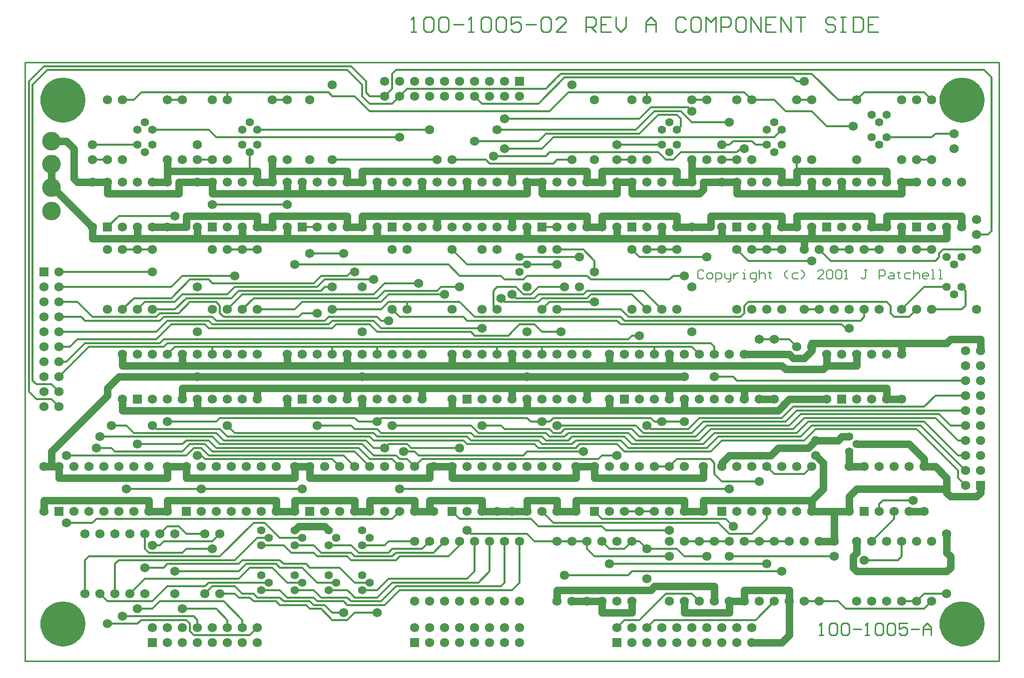
<source format=gtl>
*%FSLAX23Y23*%
*%MOIN*%
G01*
%ADD11C,0.006*%
%ADD12C,0.007*%
%ADD13C,0.008*%
%ADD14C,0.010*%
%ADD15C,0.012*%
%ADD16C,0.020*%
%ADD17C,0.032*%
%ADD18C,0.036*%
%ADD19C,0.050*%
%ADD20C,0.052*%
%ADD21C,0.055*%
%ADD22C,0.056*%
%ADD23C,0.059*%
%ADD24C,0.062*%
%ADD25C,0.066*%
%ADD26C,0.070*%
%ADD27C,0.090*%
%ADD28C,0.125*%
%ADD29C,0.129*%
%ADD30C,0.140*%
%ADD31C,0.160*%
%ADD32C,0.250*%
%ADD33R,0.062X0.062*%
%ADD34R,0.066X0.066*%
D13*
X10714Y8458D02*
X10724Y8448D01*
X10714Y8458D02*
X10694D01*
X10684Y8448D01*
Y8408D01*
X10694Y8398D01*
X10714D01*
X10724Y8408D01*
X10754Y8398D02*
X10774D01*
X10784Y8408D01*
Y8428D01*
X10774Y8438D01*
X10754D01*
X10744Y8428D01*
Y8408D01*
X10754Y8398D01*
X10804Y8378D02*
Y8438D01*
X10834D01*
X10844Y8428D01*
Y8408D01*
X10834Y8398D01*
X10804D01*
X10864Y8408D02*
Y8438D01*
Y8408D02*
X10874Y8398D01*
X10904D01*
Y8388D01*
X10894Y8378D01*
X10884D01*
X10904Y8398D02*
Y8438D01*
X10924D02*
Y8398D01*
Y8418D01*
X10934Y8428D01*
X10944Y8438D01*
X10954D01*
X10984Y8398D02*
X11004D01*
X10994D01*
Y8438D01*
X10984D01*
X10994Y8458D02*
X10995D01*
X11054Y8378D02*
X11064D01*
X11074Y8388D01*
Y8438D01*
X11044D01*
X11034Y8428D01*
Y8408D01*
X11044Y8398D01*
X11074D01*
X11094D02*
Y8458D01*
Y8428D02*
Y8398D01*
Y8428D02*
X11104Y8438D01*
X11124D01*
X11134Y8428D01*
Y8398D01*
X11164Y8438D02*
Y8448D01*
Y8438D02*
X11154D01*
X11174D01*
X11164D01*
Y8408D01*
X11174Y8398D01*
X11264Y8418D02*
X11284Y8398D01*
X11264Y8418D02*
Y8438D01*
X11284Y8458D01*
X11324Y8438D02*
X11354D01*
X11324D02*
X11314Y8428D01*
Y8408D01*
X11324Y8398D01*
X11354D01*
X11374D02*
X11394Y8418D01*
Y8438D01*
X11374Y8458D01*
X11484Y8398D02*
X11524D01*
X11484D02*
X11524Y8438D01*
Y8448D01*
X11514Y8458D01*
X11494D01*
X11484Y8448D01*
X11544D02*
X11554Y8458D01*
X11574D01*
X11584Y8448D01*
Y8408D01*
X11574Y8398D01*
X11554D01*
X11544Y8408D01*
Y8448D01*
X11604D02*
X11614Y8458D01*
X11634D01*
X11644Y8448D01*
Y8408D01*
X11634Y8398D01*
X11614D01*
X11604Y8408D01*
Y8448D01*
X11664Y8398D02*
X11684D01*
X11674D01*
Y8458D01*
X11675D01*
X11674D02*
X11664Y8448D01*
X11794Y8458D02*
X11814D01*
X11804D02*
X11794D01*
X11804D02*
Y8408D01*
X11794Y8398D01*
X11784D01*
X11774Y8408D01*
X11894Y8398D02*
Y8458D01*
X11924D01*
X11934Y8448D01*
Y8428D01*
X11924Y8418D01*
X11894D01*
X11964Y8438D02*
X11984D01*
X11994Y8428D01*
Y8398D01*
X11964D01*
X11954Y8408D01*
X11964Y8418D01*
X11994D01*
X12024Y8438D02*
Y8448D01*
Y8438D02*
X12014D01*
X12034D01*
X12024D01*
Y8408D01*
X12034Y8398D01*
X12074Y8438D02*
X12104D01*
X12074D02*
X12064Y8428D01*
Y8408D01*
X12074Y8398D01*
X12104D01*
X12124D02*
Y8458D01*
Y8428D02*
Y8398D01*
Y8428D02*
X12134Y8438D01*
X12154D01*
X12164Y8428D01*
Y8398D01*
X12194D02*
X12214D01*
X12194D02*
X12184Y8408D01*
Y8428D01*
X12194Y8438D01*
X12214D01*
X12224Y8428D01*
Y8418D01*
X12184D01*
X12243Y8398D02*
X12263D01*
X12253D01*
Y8458D01*
X12243D01*
X12293Y8398D02*
X12313D01*
X12303D01*
Y8458D01*
X12293D01*
D14*
X11521Y6018D02*
X11494D01*
X11507D02*
X11521D01*
X11507D02*
Y6098D01*
X11508D01*
X11507D02*
X11494Y6085D01*
X11561D02*
X11574Y6098D01*
X11601D01*
X11614Y6085D01*
Y6031D01*
X11601Y6018D01*
X11574D01*
X11561Y6031D01*
Y6085D01*
X11641D02*
X11654Y6098D01*
X11681D01*
X11694Y6085D01*
Y6031D01*
X11681Y6018D01*
X11654D01*
X11641Y6031D01*
Y6085D01*
X11721Y6058D02*
X11774D01*
X11801Y6018D02*
X11827D01*
X11814D01*
Y6098D01*
X11815D01*
X11814D02*
X11801Y6085D01*
X11867D02*
X11881Y6098D01*
X11907D01*
X11921Y6085D01*
Y6031D01*
X11907Y6018D01*
X11881D01*
X11867Y6031D01*
Y6085D01*
X11947D02*
X11961Y6098D01*
X11987D01*
X12001Y6085D01*
Y6031D01*
X11987Y6018D01*
X11961D01*
X11947Y6031D01*
Y6085D01*
X12027Y6098D02*
X12080D01*
X12027D02*
Y6058D01*
X12054Y6071D01*
X12067D01*
X12080Y6058D01*
Y6031D01*
X12067Y6018D01*
X12040D01*
X12027Y6031D01*
X12107Y6058D02*
X12160D01*
X12187Y6071D02*
Y6018D01*
Y6071D02*
X12214Y6098D01*
X12240Y6071D01*
Y6018D01*
Y6058D01*
X12187D01*
X8802Y10048D02*
X8769D01*
X8786D02*
X8802D01*
X8786D02*
Y10148D01*
X8787D01*
X8786D02*
X8769Y10131D01*
X8852D02*
X8869Y10148D01*
X8902D01*
X8919Y10131D01*
Y10065D01*
X8902Y10048D01*
X8869D01*
X8852Y10065D01*
Y10131D01*
X8952D02*
X8969Y10148D01*
X9002D01*
X9019Y10131D01*
Y10065D01*
X9002Y10048D01*
X8969D01*
X8952Y10065D01*
Y10131D01*
X9052Y10098D02*
X9119D01*
X9152Y10048D02*
X9186D01*
X9169D01*
Y10148D01*
X9170D01*
X9169D02*
X9152Y10131D01*
X9236D02*
X9252Y10148D01*
X9286D01*
X9302Y10131D01*
Y10065D01*
X9286Y10048D01*
X9252D01*
X9236Y10065D01*
Y10131D01*
X9335D02*
X9352Y10148D01*
X9385D01*
X9402Y10131D01*
Y10065D01*
X9385Y10048D01*
X9352D01*
X9335Y10065D01*
Y10131D01*
X9435Y10148D02*
X9502D01*
X9435D02*
Y10098D01*
X9469Y10115D01*
X9485D01*
X9502Y10098D01*
Y10065D01*
X9485Y10048D01*
X9452D01*
X9435Y10065D01*
X9535Y10098D02*
X9602D01*
X9635Y10131D02*
X9652Y10148D01*
X9685D01*
X9702Y10131D01*
Y10065D01*
X9685Y10048D01*
X9652D01*
X9635Y10065D01*
Y10131D01*
X9735Y10048D02*
X9802D01*
X9735D02*
X9802Y10115D01*
Y10131D01*
X9785Y10148D01*
X9752D01*
X9735Y10131D01*
X9935Y10148D02*
Y10048D01*
Y10148D02*
X9985D01*
X10002Y10131D01*
Y10098D01*
X9985Y10081D01*
X9935D01*
X9969D02*
X10002Y10048D01*
X10035Y10148D02*
X10102D01*
X10035D02*
Y10048D01*
X10102D01*
X10069Y10098D02*
X10035D01*
X10135Y10081D02*
Y10148D01*
Y10081D02*
X10169Y10048D01*
X10202Y10081D01*
Y10148D01*
X10335Y10115D02*
Y10048D01*
Y10115D02*
X10368Y10148D01*
X10402Y10115D01*
Y10048D01*
Y10098D01*
X10335D01*
X10585Y10148D02*
X10602Y10131D01*
X10585Y10148D02*
X10552D01*
X10535Y10131D01*
Y10065D01*
X10552Y10048D01*
X10585D01*
X10602Y10065D01*
X10652Y10148D02*
X10685D01*
X10652D02*
X10635Y10131D01*
Y10065D01*
X10652Y10048D01*
X10685D01*
X10702Y10065D01*
Y10131D01*
X10685Y10148D01*
X10735D02*
Y10048D01*
X10768Y10115D02*
X10735Y10148D01*
X10768Y10115D02*
X10802Y10148D01*
Y10048D01*
X10835D02*
Y10148D01*
X10885D01*
X10902Y10131D01*
Y10098D01*
X10885Y10081D01*
X10835D01*
X10952Y10148D02*
X10985D01*
X10952D02*
X10935Y10131D01*
Y10065D01*
X10952Y10048D01*
X10985D01*
X11002Y10065D01*
Y10131D01*
X10985Y10148D01*
X11035D02*
Y10048D01*
X11102D02*
X11035Y10148D01*
X11102D02*
Y10048D01*
X11135Y10148D02*
X11202D01*
X11135D02*
Y10048D01*
X11202D01*
X11168Y10098D02*
X11135D01*
X11235Y10048D02*
Y10148D01*
X11302Y10048D01*
Y10148D01*
X11335D02*
X11401D01*
X11368D01*
Y10048D01*
X11585Y10148D02*
X11601Y10131D01*
X11585Y10148D02*
X11551D01*
X11535Y10131D01*
Y10115D01*
X11551Y10098D01*
X11585D01*
X11601Y10081D01*
Y10065D01*
X11585Y10048D01*
X11551D01*
X11535Y10065D01*
X11635Y10148D02*
X11668D01*
X11651D01*
Y10048D01*
X11635D01*
X11668D01*
X11718D02*
Y10148D01*
Y10048D02*
X11768D01*
X11785Y10065D01*
Y10131D01*
X11768Y10148D01*
X11718D01*
X11818D02*
X11885D01*
X11818D02*
Y10048D01*
X11885D01*
X11851Y10098D02*
X11818D01*
X12694Y9843D02*
X6194D01*
Y5843D02*
X12694D01*
Y9843D01*
X6194D02*
Y5843D01*
D15*
X10294Y6118D02*
X10469Y6293D01*
X11069Y6118D02*
X11194Y6243D01*
X7294Y8393D02*
X7169Y8268D01*
X11844Y6643D02*
X11994Y6793D01*
X7719Y6768D02*
X7494Y6543D01*
X7594Y6518D02*
X7744Y6668D01*
X9619Y9568D02*
X9794Y9743D01*
X9819Y9643D02*
X9694Y9518D01*
X10269Y9393D02*
X10394Y9518D01*
X10419Y9493D02*
X10294Y9368D01*
X6594Y7968D02*
X6469Y7843D01*
X6419Y7743D02*
X6619Y7943D01*
X12044Y8193D02*
X12194Y8343D01*
X11619Y9593D02*
X11444Y9768D01*
X10319Y8318D02*
X10444Y8193D01*
X7644Y6118D02*
X7519Y6243D01*
X12269Y7468D02*
X12419Y7318D01*
Y7218D02*
X12194Y7443D01*
X12169Y7418D02*
X12469Y7118D01*
X12419D02*
X12144Y7393D01*
X6244Y7718D02*
Y9693D01*
X6219Y9718D02*
Y7643D01*
X6244Y9693D02*
X6344Y9793D01*
X6319Y9818D02*
X6219Y9718D01*
X6244Y7718D02*
X6269Y7693D01*
X6219Y7643D02*
X6269Y7593D01*
X10194Y6118D02*
X10294D01*
X10394D02*
X11069D01*
X6944Y6093D02*
X6744D01*
X6969Y6118D02*
X7269D01*
X7319Y6143D02*
X6844D01*
X6944Y6193D02*
X7044D01*
X8244Y6168D02*
X8319D01*
X8394D02*
X8544D01*
X8344Y6118D02*
X8269D01*
X8244D01*
X8169Y6193D02*
X8094D01*
X7469D02*
X7244D01*
X11669D02*
X12194D01*
X7694Y6018D02*
X7319D01*
X6494Y7943D02*
X6544Y7993D01*
X6644Y8143D02*
X6544Y8243D01*
X6369Y7693D02*
X6419Y7643D01*
X6369Y7593D02*
X6419Y7543D01*
X12194Y6293D02*
X12344D01*
X10644D02*
X10469D01*
X7619Y6393D02*
X6994D01*
X7144Y6343D02*
X7394D01*
X7044Y6243D02*
X6744D01*
X7094D02*
X7519D01*
X7419Y6368D02*
X7819D01*
X8444Y6318D02*
X8544D01*
X8619Y6393D02*
X9144D01*
X8344Y6318D02*
X8219D01*
X8394Y6268D02*
X8544D01*
X8644Y6368D02*
X9219D01*
X8119Y6318D02*
X7994D01*
X8169Y6268D02*
X8344D01*
X8369Y6243D02*
X8569D01*
X8669Y6343D02*
X9369D01*
X9444Y6318D02*
X8694D01*
X8319Y6243D02*
X8144D01*
X8119Y6268D02*
X7944D01*
X7894Y6318D02*
X7769D01*
X7944Y6368D02*
X8044D01*
X8144D02*
X8269D01*
X8394D02*
X8494D01*
X8094Y6243D02*
X7919D01*
X7719Y6293D02*
X7644D01*
X7719Y6243D02*
X7869D01*
X7694Y6268D02*
X7619D01*
X7594Y6293D02*
X7494D01*
X7744Y6268D02*
X7894D01*
X7594Y6343D02*
X7444D01*
X11494Y6243D02*
X11619D01*
X11494D02*
X11394D01*
X12044D02*
X12144D01*
X8594Y6218D02*
X8344D01*
X8194D02*
X8119D01*
X8069D02*
X7894D01*
X6594Y6293D02*
Y6518D01*
X6744Y8743D02*
X6819Y8818D01*
X6669Y6793D02*
X6644Y6768D01*
X6619Y6543D02*
X6594Y6518D01*
X6694Y6293D02*
X6744Y6243D01*
X6594Y8118D02*
X6569Y8143D01*
X7269Y6593D02*
X7444D01*
X7244Y6568D02*
X7019D01*
X6619Y6543D02*
X7494D01*
X7594Y6518D02*
X6819D01*
X7644D02*
X7894D01*
X7619Y6493D02*
X7144D01*
X7194Y6443D02*
X7619D01*
X8419Y6568D02*
X8619D01*
X8644Y6593D02*
X8844D01*
X8919Y6568D02*
X8669D01*
X8644Y6543D02*
X8394D01*
X8369Y6568D02*
X8169D01*
X8119D02*
X7969D01*
X8144Y6543D02*
X8344D01*
X8369Y6518D02*
X8669D01*
X8694Y6543D02*
X9019D01*
X8044Y6468D02*
X7894D01*
X8094D02*
X8294D01*
X8069Y6493D02*
X7919D01*
X7844Y6468D02*
X7694D01*
X7669Y6493D02*
X7869D01*
X7119Y6468D02*
X6994D01*
X10094Y6593D02*
X10194D01*
X11794Y6518D02*
X12019D01*
X11244Y6443D02*
X10244D01*
X9994Y6543D02*
X10494D01*
X10544Y6593D02*
X10344D01*
X10894Y6543D02*
X11594D01*
X10744D02*
X10594D01*
X10094Y6493D02*
X11144D01*
X10219Y6418D02*
X9794D01*
X6794D02*
Y6293D01*
Y6418D02*
Y6493D01*
X6969Y6118D02*
X6944Y6093D01*
Y8193D02*
X6994Y8243D01*
Y6393D02*
X6894Y6293D01*
X6844Y8193D02*
X6919Y8268D01*
Y9593D02*
X6969Y9643D01*
X6819Y6518D02*
X6794Y6493D01*
Y7243D02*
X6769Y7268D01*
X6869Y7418D02*
X6919Y7368D01*
X6644Y6768D02*
X6469D01*
X9169Y6693D02*
X9544D01*
X7094Y6618D02*
X7044D01*
X7119Y6643D02*
X7444D01*
X8444Y6618D02*
X8594D01*
X8619Y6643D02*
X8794D01*
X8369Y6618D02*
X8219D01*
X8119D02*
X7994D01*
X7919D02*
X7769D01*
X7744Y6668D02*
X7819D01*
X7894D02*
X8044D01*
X7794Y6768D02*
X7719D01*
X7394Y6693D02*
X7269D01*
X7219Y6743D02*
X7144D01*
X9744Y6643D02*
X9844D01*
X9944D01*
X9744D02*
X9594D01*
X11194D02*
X11294D01*
X10894D02*
X10794D01*
X10694D01*
X10594D01*
X10044Y6743D02*
X9619D01*
X8644Y6793D02*
X6669D01*
X9094D02*
X9569D01*
X9719Y6768D02*
X10819D01*
X10294Y6643D02*
X10244D01*
X10069Y6718D02*
X10494D01*
X10994Y6643D02*
X11194D01*
X11044Y6693D02*
X10894D01*
X10869Y6793D02*
X10044D01*
X6994Y6693D02*
Y6593D01*
X7144Y7893D02*
X7194Y7943D01*
X7144Y7968D02*
X7119Y7943D01*
X7144Y6493D02*
X7119Y6468D01*
X7094Y7968D02*
X7119Y7993D01*
X7069D02*
X7169Y8093D01*
X7144Y8118D02*
X7069Y8043D01*
X7094Y8118D02*
X7119Y8143D01*
X7094Y8168D02*
X7069Y8143D01*
X7144Y6343D02*
X7044Y6243D01*
Y6193D02*
X7094Y6243D01*
Y6618D02*
X7119Y6643D01*
X7094Y6693D02*
X7144Y6743D01*
X6994Y6593D02*
X7019Y6568D01*
X7069Y7393D02*
X7044Y7418D01*
X11919Y6918D02*
X12119D01*
X7369Y6993D02*
X6869D01*
X7369D02*
X8044D01*
X10194Y6843D02*
X10294D01*
X10394D01*
X10894Y6993D02*
X8694D01*
X7344Y6118D02*
Y6068D01*
X7294Y6043D02*
Y6093D01*
X7269Y7218D02*
X7319Y7268D01*
X7219Y8168D02*
X7294Y8243D01*
X7269Y8268D02*
X7194Y8193D01*
Y8243D02*
X7244Y8293D01*
X7169Y8343D02*
X7244Y8418D01*
X7269Y7318D02*
X7244Y7293D01*
Y7243D02*
X7294Y7293D01*
X7269Y6593D02*
X7244Y6568D01*
X7319Y6143D02*
X7344Y6118D01*
X7294Y6093D02*
X7269Y6118D01*
X7294Y6043D02*
X7319Y6018D01*
X7269Y6693D02*
X7219Y6743D01*
X10394Y7143D02*
X10494D01*
X11194Y7093D02*
X11394D01*
X11094Y7043D02*
X10844D01*
X7444Y7893D02*
Y7943D01*
X7494Y8168D02*
Y8218D01*
Y7468D02*
X7469Y7443D01*
X7419Y6368D02*
X7394Y6343D01*
X7444Y6643D02*
X7494Y6693D01*
X7444Y6343D02*
X7394Y6293D01*
X7419Y8068D02*
X7394Y8093D01*
X7419Y8118D02*
X7444Y8093D01*
X7469Y8118D02*
X7444Y8143D01*
X7494Y8218D02*
X7469Y8243D01*
X7494Y8168D02*
X7519Y8143D01*
X7444Y8368D02*
X7419Y8393D01*
X7494Y7393D02*
X7544Y7343D01*
X7519Y7318D02*
X7469Y7368D01*
X7444Y7343D02*
X7494Y7293D01*
X7469Y7268D02*
X7419Y7318D01*
X7394Y7293D02*
X7444Y7243D01*
X7419Y7218D02*
X7369Y7268D01*
Y7218D02*
X7394Y7193D01*
X7469Y9343D02*
X7419Y9393D01*
X7469Y6193D02*
X7544Y6118D01*
X7269Y7218D02*
X6469D01*
X6944Y7293D02*
X7244D01*
Y7243D02*
X6794D01*
X6694Y7343D02*
X7444D01*
X6769Y7268D02*
X6669D01*
X7419Y7218D02*
X8319D01*
X8394Y7243D02*
X7444D01*
X7594Y7368D02*
X8519D01*
X8494Y7343D02*
X7544D01*
X7519Y7318D02*
X8469D01*
X8444Y7293D02*
X7494D01*
X7469Y7268D02*
X8419D01*
X7469Y7368D02*
X6919D01*
X7269Y7318D02*
X7419D01*
X7394Y7293D02*
X7294D01*
X7319Y7268D02*
X7369D01*
Y7218D02*
X7344D01*
X8769Y7268D02*
X9094D01*
X9119Y7318D02*
X8519D01*
X9144Y7293D02*
X9594D01*
X9144Y7343D02*
X8544D01*
X9169Y7318D02*
X9619D01*
X9169Y7368D02*
X8569D01*
X9194Y7343D02*
X9644D01*
X9669Y7368D02*
X9219D01*
X9544Y7243D02*
X9919D01*
X9894Y7293D02*
X10144D01*
X10169Y7318D02*
X9869D01*
X9844Y7343D02*
X10194D01*
X10219Y7368D02*
X9819D01*
X9869Y7268D02*
X9619D01*
X9644Y7293D02*
X9844D01*
X9819Y7318D02*
X9669D01*
X9694Y7343D02*
X9794D01*
X9769Y7368D02*
X9719D01*
X8744Y7293D02*
X8619D01*
X8819Y7218D02*
X9519D01*
X8794Y7243D02*
X8719D01*
X10044Y7218D02*
X10144D01*
X8669D02*
X8519D01*
Y7268D02*
X8594D01*
X12419Y7218D02*
X12469D01*
Y7318D02*
X12419D01*
X10644Y7368D02*
X10319D01*
X10294Y7343D02*
X10669D01*
X10694Y7318D02*
X10269D01*
X10244Y7293D02*
X10719D01*
X10794Y7368D02*
X11344D01*
X10744Y7268D02*
X10219D01*
X10819Y7343D02*
X11369D01*
X10769Y7243D02*
X10194D01*
X10844Y7318D02*
X11394D01*
X8244Y7193D02*
X7394D01*
X8894D02*
X10019D01*
X8744D02*
X8694D01*
X8644D02*
X8494D01*
X8844D02*
X8894D01*
X10544D02*
X10769D01*
X7694Y9118D02*
Y9243D01*
X7544Y6118D02*
Y6068D01*
X7644D02*
Y6118D01*
X7544Y9593D02*
Y9643D01*
X7619Y8318D02*
X7569Y8268D01*
X7544Y8293D02*
X7594Y8343D01*
X7644Y6518D02*
X7619Y6493D01*
Y6443D02*
X7669Y6493D01*
X7694Y6468D02*
X7619Y6393D01*
X7544Y8193D02*
X7644Y8293D01*
X7719Y8268D02*
X7644Y8193D01*
X7744Y6068D02*
X7694Y6018D01*
X7744Y6268D02*
X7719Y6293D01*
X7594Y7368D02*
X7544Y7418D01*
X7694Y6268D02*
X7719Y6243D01*
X7619Y6268D02*
X7594Y6293D01*
Y6343D02*
X7644Y6293D01*
X6869Y7418D02*
X6769D01*
X8144D02*
X8369D01*
X8394Y7468D02*
X7494D01*
X8419Y7443D02*
X8544D01*
X7469D02*
X7144D01*
X8644Y7418D02*
X9169D01*
X9744D02*
X10269D01*
X10369Y7468D02*
X9719D01*
X9694Y7443D02*
X9644D01*
X9569D01*
X9544Y7468D02*
X8569D01*
X9244Y7418D02*
X9369D01*
X12369D02*
X12469D01*
X10444Y7443D02*
X10394D01*
X11344Y7518D02*
X12469D01*
X12194Y7543D02*
X11319D01*
X11369Y7493D02*
X12294D01*
X12269Y7468D02*
X11394D01*
X11419Y7443D02*
X12194D01*
X12169Y7418D02*
X11444D01*
X10594Y7443D02*
X10444D01*
X10694Y7468D02*
X11244D01*
X11269Y7443D02*
X10719D01*
X10744Y7418D02*
X11294D01*
X7494Y7393D02*
X7069D01*
X9794D02*
X10244D01*
X9694D02*
X9394D01*
X8544D02*
X8394D01*
X11469D02*
X12144D01*
X10619D02*
X10369D01*
X10769D02*
X11319D01*
X7969Y6568D02*
X7919Y6618D01*
X7894Y6318D02*
X7944Y6268D01*
Y6368D02*
X7844Y6468D01*
X7869Y6493D02*
X7894Y6468D01*
X7919Y6493D02*
X7894Y6518D01*
Y6668D02*
X7794Y6768D01*
X7869Y6243D02*
X7894Y6218D01*
X7919Y6243D02*
X7894Y6268D01*
X6369Y7693D02*
X6269D01*
X12269Y7618D02*
X12469D01*
Y7718D02*
X10944D01*
X10919Y7743D02*
X10794D01*
X6369Y7593D02*
X6269D01*
X8119Y8368D02*
X8169Y8418D01*
X8044Y8243D02*
X7994Y8193D01*
X8019Y8143D02*
X8044Y8168D01*
X8119Y6318D02*
X8169Y6268D01*
X8144Y6243D02*
X8119Y6268D01*
X8169Y6568D02*
X8119Y6618D01*
Y6568D02*
X8144Y6543D01*
X8044Y6468D02*
X8144Y6368D01*
X8094Y6468D02*
X8069Y6493D01*
X8094Y6243D02*
X8119Y6218D01*
X8094Y6193D02*
X8069Y6218D01*
X7444Y7943D02*
X7194D01*
X7444D02*
X8244D01*
X8519Y7968D02*
X7144D01*
X7119Y7943D02*
X6619D01*
X6594Y7968D02*
X7094D01*
X8544Y7943D02*
X9644D01*
X8544D02*
X8244D01*
X8519Y7968D02*
X10294D01*
X6469Y7843D02*
X6419D01*
Y7943D02*
X6494D01*
X9644D02*
X10394D01*
X10644D01*
X10769Y7968D02*
X10294D01*
X8244Y7943D02*
Y7893D01*
Y8068D02*
X8269Y8093D01*
X8144Y8343D02*
X8194Y8393D01*
Y8343D02*
X8169Y8318D01*
X8219Y8143D02*
X8194Y8118D01*
X8219Y8093D02*
X8244Y8118D01*
X8319Y7218D02*
X8394Y7143D01*
X8319Y6243D02*
X8344Y6218D01*
X8394Y6368D02*
X8294Y6468D01*
Y7143D02*
X8244Y7193D01*
Y9618D02*
X8219Y9643D01*
X8194Y6218D02*
X8244Y6168D01*
Y6118D02*
X8169Y6193D01*
X8544Y7993D02*
X7119D01*
X7169Y8093D02*
X7394D01*
X7069Y7993D02*
X6544D01*
X6419Y8043D02*
X7069D01*
X7144Y8118D02*
X7419D01*
Y8068D02*
X8244D01*
X8219Y8093D02*
X7444D01*
Y8143D02*
X7119D01*
X7469Y8118D02*
X8194D01*
X7219Y8168D02*
X7094D01*
X7519Y8143D02*
X8019D01*
X7094Y8118D02*
X6594D01*
X6644Y8143D02*
X7069D01*
X8544Y8043D02*
X9169D01*
X9194Y8018D02*
X9419D01*
X9494Y8093D02*
X9594D01*
X10169D02*
X11644D01*
X10144Y8118D02*
X9144D01*
X9194Y8143D02*
X10169D01*
X9244Y8068D02*
X8569D01*
X8494Y8093D02*
X8269D01*
X8244Y8118D02*
X8519D01*
X8544Y8143D02*
X8219D01*
X8569Y8118D02*
X8619D01*
X8144Y8168D02*
X8044D01*
X6569Y8143D02*
X6419D01*
X8694D02*
X9119D01*
X11669Y8068D02*
X11694D01*
X10794Y8143D02*
X10219D01*
X10794D02*
X10969D01*
X11994D02*
X12094D01*
X11769Y8118D02*
X10194D01*
X9769Y8043D02*
X9644D01*
X10219Y7993D02*
X8544D01*
X10244Y8018D02*
X10294D01*
X11194Y7993D02*
X11294D01*
X11194D02*
X11094D01*
X8444Y9618D02*
Y9693D01*
X8469Y9718D02*
Y9643D01*
X8594Y8368D02*
X8519Y8293D01*
X8369Y8443D02*
X8344Y8418D01*
X8394Y6168D02*
X8344Y6118D01*
X8544Y8043D02*
X8494Y8093D01*
X8519Y8118D02*
X8569Y8068D01*
X8519Y7368D02*
X8544Y7343D01*
X8519Y7318D02*
X8494Y7343D01*
X8394Y7243D02*
X8494Y7143D01*
X8419Y7443D02*
X8394Y7468D01*
X8369Y7418D02*
X8394Y7393D01*
X8494Y9568D02*
X8444Y9618D01*
Y9693D02*
X8344Y9793D01*
X8469Y9643D02*
X8494Y9618D01*
X8469Y9718D02*
X8369Y9818D01*
X8469Y7318D02*
X8519Y7268D01*
Y7218D02*
X8444Y7293D01*
X8419Y7268D02*
X8494Y7193D01*
Y9518D02*
X8394Y9618D01*
X8344Y6318D02*
X8369Y6293D01*
X8394Y6268D01*
X8369Y6243D02*
X8344Y6268D01*
X8419Y6568D02*
X8369Y6618D01*
Y6568D02*
X8394Y6543D01*
X8369Y6518D02*
X8344Y6543D01*
X7469Y8243D02*
X7294D01*
X7194Y8193D02*
X7044D01*
X7269Y8268D02*
X7569D01*
X7194Y8243D02*
X6994D01*
X7244Y8293D02*
X7544D01*
X7169Y8268D02*
X6919D01*
X7169Y8343D02*
X6419D01*
X9344D02*
X9469D01*
X9519Y8293D02*
X9569D01*
X9619Y8343D02*
X9794D01*
X9919Y8293D02*
X9619D01*
X9594Y8268D02*
X9469D01*
X9394Y8243D02*
X9619D01*
X9694D02*
X9994D01*
X9944Y8268D02*
X9644D01*
X9094Y8243D02*
X8744D01*
X9944Y8318D02*
X10319D01*
X10244Y8293D02*
X9969D01*
X8144Y8343D02*
X7594D01*
X8194D02*
X8244D01*
X8169Y8318D02*
X7619D01*
X8969Y8343D02*
X9094D01*
X7994Y8193D02*
X7744D01*
X6544Y8243D02*
X6419D01*
X12194Y8343D02*
X12344D01*
X12244Y8193D02*
X12444D01*
X8519Y8293D02*
X7644D01*
X8594Y8318D02*
X8944D01*
X8544Y8268D02*
X7719D01*
X8044Y8243D02*
X8569D01*
X8619Y8293D02*
X8994D01*
X8569Y8193D02*
X8244D01*
X8619Y8243D02*
X8744D01*
X9744Y8193D02*
X10169D01*
X11019Y8243D02*
X11944D01*
X11494Y8193D02*
X11394D01*
X8544Y7943D02*
Y7893D01*
X8644Y9668D02*
Y9768D01*
X8744Y9668D02*
X8694Y9618D01*
X8644Y9768D02*
X8669Y9793D01*
X8644Y9668D02*
X8594Y9618D01*
X8644Y9568D02*
X8694Y9618D01*
X8569Y7468D02*
X8544Y7443D01*
X8619Y7293D02*
X8594Y7268D01*
X8619Y6393D02*
X8544Y6318D01*
Y6268D02*
X8644Y6368D01*
X8669Y6343D02*
X8569Y6243D01*
X8594Y6218D02*
X8694Y6318D01*
X8594Y6618D02*
X8619Y6643D01*
X8644Y6593D02*
X8619Y6568D01*
X8644Y6543D02*
X8669Y6568D01*
X8694Y6543D02*
X8669Y6518D01*
X8544Y8268D02*
X8594Y8318D01*
X8619Y8293D02*
X8569Y8243D01*
Y8193D02*
X8619Y8243D01*
X8694Y6843D02*
X8644Y6793D01*
X8569Y8118D02*
X8544Y8143D01*
Y7393D02*
X8569Y7368D01*
X8669Y7218D02*
X8694Y7193D01*
X8644D02*
X8694Y7143D01*
Y8143D02*
X8644Y8193D01*
X7419Y8393D02*
X7294D01*
X7244Y8418D02*
X7594D01*
X9969Y8393D02*
X10494D01*
X9944Y8418D02*
X9544D01*
X9519Y8393D02*
X9394D01*
X10519Y8418D02*
X10594D01*
X9019Y8493D02*
X7994D01*
X10294Y8543D02*
X10744D01*
X9894D02*
X9494D01*
X8394Y8443D02*
X8369D01*
X8344Y8418D02*
X8169D01*
X8194Y8393D02*
X8519D01*
X11569Y8518D02*
X12269D01*
X9744Y8493D02*
X9544D01*
X9144D01*
X7044Y8443D02*
X6419D01*
X9094Y8418D02*
X9369D01*
X11019Y8518D02*
X11444D01*
X8119Y8368D02*
X7444D01*
X8594D02*
X8819D01*
X8744Y8243D02*
Y8193D01*
X8894Y6643D02*
X8844Y6593D01*
X8794Y7143D02*
X8844Y7193D01*
X8769Y7268D02*
X8744Y7293D01*
X8794Y7243D02*
X8819Y7218D01*
X8744Y7193D02*
X8794Y7143D01*
X12544Y8693D02*
X12619D01*
X10444Y8593D02*
X10344D01*
X10444D02*
X10544D01*
X11044D02*
X11144D01*
X11244D01*
X7644D02*
X7544D01*
X7644D02*
X7744D01*
X7044D02*
X6944D01*
X6844D01*
X11594D02*
X11694D01*
X12319D02*
X12544D01*
X11894D02*
X11794D01*
X12144D02*
X12244D01*
X9919D02*
X9744D01*
X8144Y8743D02*
X8044D01*
X9644D02*
X9744D01*
X8319Y8568D02*
X8094D01*
X9094Y6643D02*
Y6618D01*
X8944Y8318D02*
X8969Y8343D01*
X8994Y6643D02*
X8919Y6568D01*
X9019Y6543D02*
X9094Y6618D01*
X9194Y8143D02*
X9094Y8243D01*
X9144Y8493D02*
X9044Y8593D01*
X9019Y8493D02*
X9094Y8418D01*
X9044Y6843D02*
X9094Y6793D01*
X7944Y8893D02*
X7444D01*
X7194Y8818D02*
X6819D01*
X9294Y6643D02*
Y6443D01*
X9194D02*
Y6643D01*
Y6443D02*
X9144Y6393D01*
X9219Y6368D02*
X9294Y6443D01*
X9169Y6693D02*
X9144Y6718D01*
X9194Y8018D02*
X9169Y8043D01*
X9119Y7318D02*
X9144Y7293D01*
X9169Y7318D02*
X9144Y7343D01*
X9169Y7368D02*
X9194Y7343D01*
X9219Y7368D02*
X9169Y7418D01*
X9244Y9568D02*
X9194Y9618D01*
X9269Y9193D02*
X9294Y9168D01*
X9119Y8143D02*
X9144Y8118D01*
X9494Y6643D02*
Y6368D01*
X9344Y7893D02*
Y7943D01*
X9319Y8218D02*
Y8293D01*
Y8318D01*
X9394Y6643D02*
Y6368D01*
X9419Y8018D02*
X9444Y8043D01*
X9494Y8093D01*
X9319Y8318D02*
X9344Y8343D01*
X9394Y6368D02*
X9369Y6343D01*
X9444Y6318D02*
X9494Y6368D01*
X9519Y8293D02*
X9469Y8343D01*
X9319Y8218D02*
X9344Y8193D01*
X9444Y8293D02*
X9469Y8268D01*
X9394Y8243D02*
X9369Y8268D01*
Y7418D02*
X9394Y7393D01*
Y8393D02*
X9369Y8418D01*
X10844Y9293D02*
X10894D01*
X10919Y9318D02*
X11044D01*
X11069Y9293D02*
X11144D01*
X12144Y9193D02*
X12244D01*
Y9343D02*
X11944D01*
X9619Y9318D02*
X9194D01*
X9719Y9343D02*
X11194D01*
X9644Y9268D02*
X9394D01*
X9694Y9243D02*
X10419D01*
X10969Y9268D02*
X10994D01*
X10944Y9243D02*
X10569D01*
X10519Y9193D02*
X10469D01*
X10444Y9293D02*
X10144D01*
X10844Y9193D02*
X10944D01*
X10244D02*
X10144D01*
X8694Y9343D02*
X7469D01*
X6744Y9193D02*
X6644D01*
X7344D02*
X7444D01*
X6944Y9293D02*
X6644D01*
X8244Y9193D02*
X8944D01*
X9044D02*
X9269D01*
X9294Y9168D02*
X9719D01*
X9744Y9193D02*
X9844D01*
X9669Y9218D02*
X9319D01*
X9644Y7943D02*
Y7893D01*
X9719Y7468D02*
X9694Y7443D01*
X9669Y9668D02*
X9744Y9743D01*
X9694Y9243D02*
X9669Y9218D01*
X9619Y8343D02*
X9569Y8293D01*
X9594Y8268D02*
X9619Y8293D01*
X9694Y8243D02*
X9644Y8193D01*
X9619Y8243D02*
X9644Y8268D01*
X9519Y8393D02*
X9544Y8418D01*
Y7243D02*
X9519Y7218D01*
X9619Y9318D02*
X9669Y9368D01*
X9719Y9343D02*
X9644Y9268D01*
X9669Y7368D02*
X9694Y7343D01*
X9719Y7368D02*
X9694Y7393D01*
X9644Y8043D02*
X9594Y8093D01*
Y7293D02*
X9619Y7268D01*
X9644Y7293D02*
X9619Y7318D01*
X9644Y7343D02*
X9669Y7318D01*
X9569Y7443D02*
X9544Y7468D01*
Y6693D02*
X9594Y6643D01*
X9619Y6743D02*
X9569Y6793D01*
X9644Y6843D02*
X9719Y6768D01*
X11269Y9518D02*
X11444D01*
X11544Y9418D02*
X11719D01*
X12269Y9368D02*
X12394D01*
X9694Y9518D02*
X8494D01*
X9394Y9468D02*
X10294D01*
X10269Y9393D02*
X9344D01*
X9669Y9368D02*
X10294D01*
X10394Y9518D02*
X10569D01*
X10644Y9443D02*
X10894D01*
X10544Y9493D02*
X10419D01*
X8894Y9393D02*
X7744D01*
X7419D02*
X7044D01*
X9869Y7268D02*
X9894Y7293D01*
X9869Y7318D02*
X9844Y7293D01*
X9819Y7318D02*
X9844Y7343D01*
X9819Y7368D02*
X9794Y7343D01*
X9769Y7368D02*
X9794Y7393D01*
X9744Y9743D02*
X9769Y9768D01*
X9744Y9193D02*
X9719Y9168D01*
X8644Y9568D02*
X8494D01*
Y9618D02*
X8594D01*
X11044Y9593D02*
X11194D01*
X7944D02*
X7844D01*
X7244D02*
X7144D01*
X11794Y9643D02*
X12194D01*
X11394Y9718D02*
X11344D01*
X9619Y9568D02*
X9244D01*
X10644Y9593D02*
X10744D01*
X11344D02*
X11444D01*
X8219Y9643D02*
X7544D01*
X8244Y9618D02*
X8394D01*
X9819Y9643D02*
X10994D01*
X10344D01*
X7544D02*
X6969D01*
X6919Y9593D02*
X6844D01*
X8744Y9668D02*
X9669D01*
X11619Y9593D02*
X11744D01*
X10619Y9543D02*
X10369D01*
X9994Y8518D02*
Y8443D01*
X9944Y6643D02*
Y6593D01*
X10019Y7193D02*
X10044Y7218D01*
X9919Y8293D02*
X9944Y8318D01*
X9969Y8293D02*
X9944Y8268D01*
X9969Y8393D02*
X9944Y8418D01*
X9994Y8518D02*
X9919Y8593D01*
X9944Y6593D02*
X9994Y6543D01*
X10044Y6643D02*
X10094Y6593D01*
X10069Y6718D02*
X10044Y6743D01*
Y6793D02*
X9994Y6843D01*
X8669Y9793D02*
X12594D01*
X8344D02*
X6344D01*
X6319Y9818D02*
X8369D01*
X9769Y9768D02*
X11444D01*
X11319Y9743D02*
X9794D01*
X10244Y6643D02*
X10194Y6593D01*
Y6118D02*
X10144Y6068D01*
X10219Y6418D02*
X10244Y6443D01*
X10219Y7993D02*
X10244Y8018D01*
X10269Y7418D02*
X10294Y7393D01*
X10169Y8093D02*
X10144Y8118D01*
Y7293D02*
X10194Y7243D01*
X10219Y7268D02*
X10169Y7318D01*
X10194Y7343D02*
X10244Y7293D01*
X10269Y7318D02*
X10219Y7368D01*
X10294Y8543D02*
X10244Y8593D01*
Y8293D02*
X10344Y8193D01*
X10219Y8143D02*
X10169Y8193D01*
Y8143D02*
X10194Y8118D01*
X10244Y7393D02*
X10294Y7343D01*
X10344Y9593D02*
Y9643D01*
X10394Y7943D02*
Y7893D01*
Y6118D02*
X10344Y6068D01*
X10294Y9468D02*
X10369Y9543D01*
X10294Y7393D02*
X10319Y7368D01*
X10394Y7443D02*
X10369Y7468D01*
X10469Y9193D02*
X10419Y9243D01*
X10344Y7418D02*
X10369Y7393D01*
X10294Y6643D02*
X10344Y6593D01*
X10569Y9418D02*
Y9468D01*
X10719Y7443D02*
X10644Y7368D01*
X10669Y7343D02*
X10744Y7418D01*
X10494Y8393D02*
X10519Y8418D01*
Y9193D02*
X10569Y9243D01*
X10544Y9393D02*
X10569Y9418D01*
X10544Y7193D02*
X10494Y7143D01*
X10619Y7393D02*
X10694Y7468D01*
X10644Y6293D02*
X10694Y6243D01*
Y7893D02*
X10644Y7943D01*
Y9443D02*
X10569Y9518D01*
X10619Y9543D02*
X10644Y9518D01*
X10569Y9468D02*
X10544Y9493D01*
Y6593D02*
X10594Y6543D01*
X10794Y7893D02*
Y7943D01*
Y7168D02*
Y7093D01*
X10694Y7318D02*
X10769Y7393D01*
X10794Y7368D02*
X10719Y7293D01*
X10744Y7268D02*
X10819Y7343D01*
X10844Y7318D02*
X10769Y7243D01*
X10869Y6793D02*
X10919Y6743D01*
X10894Y6693D02*
X10819Y6768D01*
X10794Y7943D02*
X10769Y7968D01*
X10794Y7093D02*
X10844Y7043D01*
X10794Y7168D02*
X10769Y7193D01*
X10994Y8168D02*
Y8218D01*
X11144Y6793D02*
X11044Y6693D01*
X10894Y9293D02*
X10919Y9318D01*
X10969Y9268D02*
X10944Y9243D01*
X10994Y8168D02*
X10969Y8143D01*
X10994Y8218D02*
X11019Y8243D01*
X11069Y9293D02*
X11044Y9318D01*
X10919Y7743D02*
X10944Y7718D01*
X11019Y8518D02*
X10944Y8593D01*
X11044Y9593D02*
X10994Y9643D01*
X11144Y6843D02*
Y6793D01*
X11244Y7468D02*
X11319Y7543D01*
X11194Y9343D02*
X11244Y9393D01*
X11269Y9518D02*
X11194Y9593D01*
X11144Y7143D02*
X11194Y7093D01*
X11344Y9118D02*
Y9193D01*
Y7518D02*
X11269Y7443D01*
X11294Y7418D02*
X11369Y7493D01*
X11394Y7468D02*
X11319Y7393D01*
X11344Y7368D02*
X11419Y7443D01*
X11444Y7418D02*
X11369Y7343D01*
X11394Y7318D02*
X11469Y7393D01*
X11444Y7143D02*
X11394Y7093D01*
X11544Y9418D02*
X11444Y9518D01*
X11344Y9718D02*
X11319Y9743D01*
X11294Y7993D02*
X11344Y7943D01*
X11619Y6243D02*
X11669Y6193D01*
Y8068D02*
X11644Y8093D01*
X11569Y8518D02*
X11494Y8593D01*
X11794Y8193D02*
Y8143D01*
X11744Y9593D02*
X11794Y9643D01*
Y8143D02*
X11769Y8118D01*
X11994Y6843D02*
Y6793D01*
X11894Y6843D02*
Y6893D01*
X11969Y8168D02*
Y8218D01*
X12044Y6543D02*
X12019Y6518D01*
X11894Y6893D02*
X11919Y6918D01*
X11969Y8218D02*
X11944Y8243D01*
X11969Y8168D02*
X11994Y8143D01*
X12044Y6643D02*
Y6543D01*
X12194Y6293D02*
X12144Y6243D01*
X12194Y6193D02*
X12244Y6243D01*
X12094Y8143D02*
X12144Y8193D01*
X12269Y7618D02*
X12194Y7543D01*
X12244Y9593D02*
X12194Y9643D01*
X12419Y7118D02*
Y7068D01*
X12294Y8543D02*
Y8568D01*
X12244Y9343D02*
X12269Y9368D01*
X12319Y8593D02*
X12294Y8568D01*
Y8543D02*
X12269Y8518D01*
X12419Y7068D02*
X12469Y7018D01*
X12369Y7418D02*
X12294Y7493D01*
X12469Y8218D02*
Y8318D01*
X12619Y8693D02*
X12644Y8718D01*
X12469Y8218D02*
X12444Y8193D01*
X12644Y9743D02*
X12594Y9793D01*
X12444Y8343D02*
X12469Y8318D01*
X12644Y8718D02*
Y8768D01*
Y9743D01*
D19*
X6744Y7618D02*
X6369Y7243D01*
X10369Y6318D02*
X10394Y6343D01*
X11244Y5968D02*
X11294Y6018D01*
X12344Y6443D02*
X12369Y6468D01*
X11744Y6568D02*
X11719Y6543D01*
X11694Y6943D02*
X11744Y6993D01*
X12544Y6943D02*
X12569Y6968D01*
X10694Y8968D02*
X10719Y8993D01*
X12344Y7968D02*
X12369Y7993D01*
X8019Y6743D02*
X7994Y6718D01*
X11394Y7868D02*
X11444Y7918D01*
X11544Y7818D02*
X11519Y7793D01*
X6819Y7743D02*
X6744Y7668D01*
X11219Y7518D02*
X11294Y7593D01*
X11619Y7318D02*
X11644Y7343D01*
X10894Y7218D02*
X10844Y7168D01*
X11419Y7268D02*
X11469Y7318D01*
X11219Y7268D02*
X11169Y7218D01*
X11444Y6918D02*
X11519Y6993D01*
X12344Y6568D02*
X12369Y6543D01*
X11744Y6443D02*
X11719Y6468D01*
X6544Y9043D02*
X6519Y9068D01*
Y9268D02*
X6469Y9318D01*
X6444Y8943D02*
X6644Y8743D01*
X6444Y8943D02*
X6369Y9018D01*
X12344Y6968D02*
X12369Y6943D01*
X12344Y7068D02*
X12269Y7143D01*
X8219Y6718D02*
X8194Y6743D01*
X11294Y7893D02*
X11319Y7868D01*
X11244Y7818D02*
X11269Y7793D01*
X12094Y7293D02*
X12194Y7193D01*
X11519Y7168D02*
X11469Y7218D01*
X11244Y5968D02*
X11044D01*
X6319Y6843D02*
Y6918D01*
X10594Y6168D02*
X10894D01*
X10244D02*
X10044D01*
X6369Y7143D02*
Y7243D01*
X6419Y7143D02*
Y7068D01*
X6519Y9068D02*
Y9268D01*
X6369Y9168D02*
Y9018D01*
X9744Y6318D02*
X10369D01*
X10394Y6343D02*
X10794D01*
X10044Y6243D02*
X9944D01*
X9844D01*
X10894D02*
X10994D01*
Y6318D02*
X11294D01*
X6744Y7618D02*
Y7668D01*
Y8968D02*
Y9043D01*
X6644Y8743D02*
Y8668D01*
X11744Y6443D02*
X12344D01*
X6844Y7818D02*
Y7893D01*
Y7593D02*
Y7518D01*
X6944Y8668D02*
Y8743D01*
X8019Y6743D02*
X8194D01*
X11494Y6643D02*
X11594D01*
X7144Y7068D02*
Y7143D01*
Y6918D02*
Y6843D01*
Y9118D02*
Y9193D01*
Y9118D02*
Y9043D01*
X7019Y6918D02*
Y6843D01*
X7144D01*
X7019Y6918D02*
X6319D01*
X11744Y6993D02*
X12344D01*
X12369Y6943D02*
X12544D01*
X8394Y6918D02*
X7994D01*
X8394Y6843D02*
X8494D01*
Y6918D02*
X8794D01*
Y6843D02*
X8894D01*
X9294D02*
X9394D01*
X12094D02*
X12194D01*
X7994D02*
X7869D01*
Y6918D02*
X7144D01*
X9244Y6843D02*
X9294D01*
X9244Y6918D02*
X8894D01*
X9394Y6843D02*
X9544D01*
Y6918D02*
X9744D01*
X10594Y6843D02*
X10719D01*
X11444D02*
X11694D01*
X11444Y6918D02*
X10719D01*
X9869Y6843D02*
X9744D01*
X9869Y6918D02*
X10594D01*
X7269Y7068D02*
Y7143D01*
X7219Y8968D02*
Y9043D01*
X7269Y8818D02*
Y8743D01*
X7244Y7668D02*
Y7593D01*
X7344Y8668D02*
Y8743D01*
Y7593D02*
Y7518D01*
X7244Y7818D02*
Y7893D01*
X7269Y7068D02*
X7994D01*
X7269Y7143D02*
X7144D01*
Y7068D02*
X6419D01*
X6369Y7143D02*
X6319D01*
X6419D01*
X12194D02*
X12269D01*
X8894Y7068D02*
X8094D01*
Y7143D02*
X7994D01*
X11694D02*
X11794D01*
X9044D02*
X8894D01*
X9869D02*
X9894D01*
X9869Y7068D02*
X9044D01*
X9894Y7143D02*
X9994D01*
Y7068D02*
X10719D01*
X7444Y8968D02*
Y9043D01*
X11744Y7293D02*
X12094D01*
X11694Y7343D02*
X11644D01*
X11619Y7318D02*
X11469D01*
X11569D01*
X11169Y7218D02*
X10894D01*
X11219Y7268D02*
X11419D01*
X7644Y8668D02*
Y8743D01*
X7944Y7518D02*
X8444D01*
X7944D02*
X7344D01*
X9044D02*
X9544D01*
X7344D02*
X6844D01*
X8444D02*
X9044D01*
X9544D02*
X10094D01*
X10594D01*
X11219D01*
X7844Y9043D02*
Y9193D01*
X7744Y9118D02*
Y9043D01*
Y8818D02*
Y8743D01*
X7844D02*
Y8818D01*
Y9043D02*
Y9118D01*
X7869Y6918D02*
Y6843D01*
X7744Y7593D02*
Y7668D01*
X7244D01*
X7744D02*
X8344D01*
X8844D01*
X9444D01*
X9944D01*
X8444Y7743D02*
X7344D01*
X8444D02*
X9544D01*
X7344D02*
X6819D01*
X9944Y7668D02*
X10494D01*
X10594Y7743D02*
X9544D01*
X10994Y7668D02*
X11944D01*
X10994D02*
X10494D01*
X11944Y7593D02*
X12044D01*
X11194D02*
X11094D01*
X11294D02*
X11544D01*
X7994Y6918D02*
Y6843D01*
X8094Y7068D02*
Y7143D01*
X7994D02*
Y7068D01*
X7944Y7518D02*
Y7593D01*
Y7818D02*
Y7893D01*
X8044Y8968D02*
Y9043D01*
X7944D02*
Y8968D01*
Y8743D02*
Y8668D01*
Y7818D02*
X7244D01*
X6844D01*
X7944D02*
X8344D01*
X9044D01*
X9444D01*
X11544D02*
X11744D01*
X11444Y7968D02*
X12044D01*
X12344D01*
X11394Y7868D02*
X11319D01*
X11269Y7793D02*
X11519D01*
X10094Y7818D02*
X9444D01*
X10494D02*
X11244D01*
X10494D02*
X10094D01*
X10994Y7893D02*
X11294D01*
X12369Y7993D02*
X12569D01*
X8494Y6918D02*
Y6843D01*
X8394D02*
Y6918D01*
X8344Y8743D02*
Y8818D01*
X8444D02*
Y8743D01*
Y9043D02*
Y9118D01*
X8344D02*
Y9043D01*
Y7893D02*
Y7818D01*
Y7668D02*
Y7593D01*
X8444D02*
Y7518D01*
X8544Y8968D02*
Y9043D01*
Y8743D02*
Y8668D01*
X8894Y6918D02*
Y6843D01*
Y7068D02*
Y7143D01*
X8794Y6918D02*
Y6843D01*
X8844Y7593D02*
Y7668D01*
Y8968D02*
Y9043D01*
X10544Y8743D02*
X10644D01*
X10769D01*
X11244D02*
X11344D01*
X11444Y8668D02*
X11144D01*
X10844D01*
X10444D01*
X10144D01*
X7944D02*
X7644D01*
X7344D01*
X6944D01*
X6644D01*
X7744Y8743D02*
X7844D01*
X7269D02*
X7144D01*
X7044D01*
X8344D02*
X8444D01*
X9944D02*
X10044D01*
X11844D02*
X11944D01*
X12044Y8668D02*
X12344D01*
X12044D02*
X11444D01*
X11394D01*
X10144D02*
X9544D01*
X8544D01*
X7944D01*
X9044Y7143D02*
Y7068D01*
Y7818D02*
Y7893D01*
X8944Y8743D02*
Y8818D01*
X9044Y7593D02*
Y7518D01*
X10044Y8818D02*
X10544D01*
X10769D02*
X11244D01*
X7744D02*
X7269D01*
X7844D02*
X8344D01*
X8444D02*
X8944D01*
X9444D01*
X9944D01*
X11344D02*
X11844D01*
X11944D02*
X12444D01*
X9244Y6918D02*
Y6843D01*
X9144Y8968D02*
Y9043D01*
X6644D02*
X6544D01*
X10044Y9118D02*
X10544D01*
Y9043D02*
X10644D01*
Y9118D02*
X11244D01*
Y9043D02*
X11344D01*
X11444Y8968D02*
X10944D01*
Y9043D02*
X10844D01*
X10719D01*
X10694Y8968D02*
X10244D01*
Y9043D02*
X10144D01*
X7844D02*
X7744D01*
Y9118D02*
X7144D01*
Y9043D02*
X7044D01*
X7444Y8968D02*
X7944D01*
X7444Y9043D02*
X7344D01*
X7219D01*
Y8968D02*
X6744D01*
Y9043D02*
X6644D01*
X12044D02*
X12144D01*
X12044Y8968D02*
X11644D01*
X11444D01*
X10144D02*
X9644D01*
Y9043D02*
X9544D01*
Y8968D02*
X9144D01*
X8844D01*
X8544D01*
X8044D01*
X7944D01*
X9944Y9043D02*
X10044D01*
X8444D02*
X8344D01*
X11344Y9118D02*
X11944D01*
X9944D02*
X9444D01*
X8444D01*
X8344D02*
X7844D01*
X9444Y7893D02*
Y7818D01*
Y7668D02*
Y7593D01*
Y8743D02*
Y8818D01*
Y9043D02*
Y9118D01*
X6469Y9318D02*
X6369D01*
X9644Y9043D02*
Y8968D01*
X9544D02*
Y9043D01*
Y6918D02*
Y6843D01*
Y7518D02*
Y7593D01*
Y8668D02*
Y8743D01*
X9869Y7143D02*
Y7068D01*
Y6918D02*
Y6843D01*
X9744Y6318D02*
Y6243D01*
Y6843D02*
Y6918D01*
X10044Y9043D02*
Y9118D01*
Y8818D02*
Y8743D01*
X9944D02*
Y8818D01*
Y9043D02*
Y9118D01*
X10044Y6243D02*
Y6168D01*
X9994Y7068D02*
Y7143D01*
X9944Y7593D02*
Y7668D01*
X10244Y8968D02*
Y9043D01*
X10144D02*
Y8968D01*
X10244Y6243D02*
Y6168D01*
X10144Y8668D02*
Y8743D01*
X10094Y7893D02*
Y7818D01*
Y7593D02*
Y7518D01*
X10444Y8668D02*
Y8743D01*
X10644Y9043D02*
Y9118D01*
X10594Y6243D02*
Y6168D01*
X10544Y9043D02*
Y9118D01*
Y8818D02*
Y8743D01*
X10494Y7893D02*
Y7818D01*
X10594Y6918D02*
Y6843D01*
X10644Y9118D02*
Y9193D01*
X10494Y7668D02*
Y7593D01*
X10594D02*
Y7518D01*
X10844Y7168D02*
Y7143D01*
X10794Y6343D02*
Y6243D01*
X10719Y8993D02*
Y9043D01*
X10769Y8818D02*
Y8743D01*
X10719Y6918D02*
Y6843D01*
Y7068D02*
Y7143D01*
X10844Y8668D02*
Y8743D01*
X10894Y6243D02*
Y6168D01*
X10944Y8968D02*
Y9043D01*
X10994Y6318D02*
Y6243D01*
Y7593D02*
Y7668D01*
X11244Y9043D02*
Y9118D01*
Y8818D02*
Y8743D01*
X11144D02*
Y8668D01*
X11444Y7968D02*
Y7943D01*
Y7918D01*
Y6918D02*
Y6843D01*
X11294Y6243D02*
Y6018D01*
X11344Y8743D02*
Y8818D01*
X11394Y8668D02*
Y8593D01*
X11344Y9043D02*
Y9118D01*
X11294Y6318D02*
Y6243D01*
X11444Y8968D02*
Y9043D01*
Y8743D02*
Y8668D01*
X11544Y7893D02*
Y7818D01*
X11594Y6843D02*
Y6643D01*
X11519Y6993D02*
Y7168D01*
X11644Y8968D02*
Y9043D01*
X11844Y8818D02*
Y8743D01*
X11744Y6643D02*
Y6568D01*
X11719Y6543D02*
Y6468D01*
X11694Y6843D02*
Y6943D01*
X11744Y7818D02*
Y7893D01*
X11694Y7243D02*
Y7143D01*
X11944Y7593D02*
Y7668D01*
Y8743D02*
Y8818D01*
Y9043D02*
Y9118D01*
X12194Y7193D02*
Y7143D01*
X12044Y8968D02*
Y9043D01*
Y8743D02*
Y8668D01*
Y7968D02*
Y7893D01*
X12344Y6693D02*
Y6568D01*
X12369Y6543D02*
Y6468D01*
X12344Y6968D02*
Y7068D01*
Y8668D02*
Y8743D01*
X12569Y7018D02*
Y6968D01*
X12444Y8743D02*
Y8818D01*
X12569Y7993D02*
Y7918D01*
X6319Y6093D02*
X6320D01*
X6319D02*
X6319Y6083D01*
X6321Y6073D01*
X6323Y6063D01*
X6325Y6053D01*
X6329Y6044D01*
X6333Y6035D01*
X6338Y6026D01*
X6344Y6018D01*
X6350Y6010D01*
X6357Y6003D01*
X6365Y5996D01*
X6373Y5990D01*
X6382Y5985D01*
X6390Y5980D01*
X6400Y5976D01*
X6409Y5973D01*
X6419Y5971D01*
X6429Y5969D01*
X6439Y5968D01*
X6449D01*
X6459Y5969D01*
X6469Y5971D01*
X6479Y5973D01*
X6488Y5976D01*
X6498Y5980D01*
X6506Y5985D01*
X6515Y5990D01*
X6523Y5996D01*
X6531Y6003D01*
X6538Y6010D01*
X6544Y6018D01*
X6550Y6026D01*
X6555Y6035D01*
X6559Y6044D01*
X6563Y6053D01*
X6565Y6063D01*
X6567Y6073D01*
X6569Y6083D01*
X6569Y6093D01*
X6570D01*
X6569D02*
X6569Y6103D01*
X6567Y6113D01*
X6565Y6123D01*
X6563Y6133D01*
X6559Y6142D01*
X6555Y6151D01*
X6550Y6160D01*
X6544Y6168D01*
X6538Y6176D01*
X6531Y6183D01*
X6523Y6190D01*
X6515Y6196D01*
X6506Y6201D01*
X6498Y6206D01*
X6488Y6210D01*
X6479Y6213D01*
X6469Y6215D01*
X6459Y6217D01*
X6449Y6218D01*
X6439D01*
X6429Y6217D01*
X6419Y6215D01*
X6409Y6213D01*
X6400Y6210D01*
X6390Y6206D01*
X6382Y6201D01*
X6373Y6196D01*
X6365Y6190D01*
X6357Y6183D01*
X6350Y6176D01*
X6344Y6168D01*
X6338Y6160D01*
X6333Y6151D01*
X6329Y6142D01*
X6325Y6133D01*
X6323Y6123D01*
X6321Y6113D01*
X6319Y6103D01*
X6319Y6093D01*
X6367D02*
X6368D01*
X6367D02*
X6368Y6084D01*
X6369Y6075D01*
X6372Y6067D01*
X6375Y6058D01*
X6380Y6051D01*
X6385Y6044D01*
X6391Y6037D01*
X6398Y6031D01*
X6406Y6026D01*
X6414Y6022D01*
X6422Y6019D01*
X6431Y6017D01*
X6440Y6016D01*
X6448D01*
X6457Y6017D01*
X6466Y6019D01*
X6474Y6022D01*
X6482Y6026D01*
X6490Y6031D01*
X6497Y6037D01*
X6503Y6044D01*
X6508Y6051D01*
X6513Y6058D01*
X6516Y6067D01*
X6519Y6075D01*
X6520Y6084D01*
X6521Y6093D01*
X6522D01*
X6521D02*
X6520Y6102D01*
X6519Y6111D01*
X6516Y6119D01*
X6513Y6128D01*
X6508Y6135D01*
X6503Y6142D01*
X6497Y6149D01*
X6490Y6155D01*
X6482Y6160D01*
X6474Y6164D01*
X6466Y6167D01*
X6457Y6169D01*
X6448Y6170D01*
X6440D01*
X6431Y6169D01*
X6422Y6167D01*
X6414Y6164D01*
X6406Y6160D01*
X6398Y6155D01*
X6391Y6149D01*
X6385Y6142D01*
X6380Y6135D01*
X6375Y6128D01*
X6372Y6119D01*
X6369Y6111D01*
X6368Y6102D01*
X6367Y6093D01*
X6415D02*
X6416D01*
X6415D02*
X6416Y6087D01*
X6418Y6081D01*
X6421Y6076D01*
X6425Y6071D01*
X6430Y6068D01*
X6435Y6065D01*
X6441Y6064D01*
X6447D01*
X6453Y6065D01*
X6458Y6068D01*
X6463Y6071D01*
X6467Y6076D01*
X6470Y6081D01*
X6472Y6087D01*
X6473Y6093D01*
X6474D01*
X6473D02*
X6472Y6099D01*
X6470Y6105D01*
X6467Y6110D01*
X6463Y6115D01*
X6458Y6118D01*
X6453Y6121D01*
X6447Y6122D01*
X6441D01*
X6435Y6121D01*
X6430Y6118D01*
X6425Y6115D01*
X6421Y6110D01*
X6418Y6105D01*
X6416Y6099D01*
X6415Y6093D01*
X6444D02*
D03*
X6319Y9593D02*
X6320D01*
X6319D02*
X6319Y9583D01*
X6321Y9573D01*
X6323Y9563D01*
X6325Y9553D01*
X6329Y9544D01*
X6333Y9535D01*
X6338Y9526D01*
X6344Y9518D01*
X6350Y9510D01*
X6357Y9503D01*
X6365Y9496D01*
X6373Y9490D01*
X6382Y9485D01*
X6390Y9480D01*
X6400Y9476D01*
X6409Y9473D01*
X6419Y9471D01*
X6429Y9469D01*
X6439Y9468D01*
X6449D01*
X6459Y9469D01*
X6469Y9471D01*
X6479Y9473D01*
X6488Y9476D01*
X6498Y9480D01*
X6506Y9485D01*
X6515Y9490D01*
X6523Y9496D01*
X6531Y9503D01*
X6538Y9510D01*
X6544Y9518D01*
X6550Y9526D01*
X6555Y9535D01*
X6559Y9544D01*
X6563Y9553D01*
X6565Y9563D01*
X6567Y9573D01*
X6569Y9583D01*
X6569Y9593D01*
X6570D01*
X6569D02*
X6569Y9603D01*
X6567Y9613D01*
X6565Y9623D01*
X6563Y9633D01*
X6559Y9642D01*
X6555Y9651D01*
X6550Y9660D01*
X6544Y9668D01*
X6538Y9676D01*
X6531Y9683D01*
X6523Y9690D01*
X6515Y9696D01*
X6506Y9701D01*
X6498Y9706D01*
X6488Y9710D01*
X6479Y9713D01*
X6469Y9715D01*
X6459Y9717D01*
X6449Y9718D01*
X6439D01*
X6429Y9717D01*
X6419Y9715D01*
X6409Y9713D01*
X6400Y9710D01*
X6390Y9706D01*
X6382Y9701D01*
X6373Y9696D01*
X6365Y9690D01*
X6357Y9683D01*
X6350Y9676D01*
X6344Y9668D01*
X6338Y9660D01*
X6333Y9651D01*
X6329Y9642D01*
X6325Y9633D01*
X6323Y9623D01*
X6321Y9613D01*
X6319Y9603D01*
X6319Y9593D01*
X6367D02*
X6368D01*
X6367D02*
X6368Y9584D01*
X6369Y9575D01*
X6372Y9567D01*
X6375Y9558D01*
X6380Y9551D01*
X6385Y9544D01*
X6391Y9537D01*
X6398Y9531D01*
X6406Y9526D01*
X6414Y9522D01*
X6422Y9519D01*
X6431Y9517D01*
X6440Y9516D01*
X6448D01*
X6457Y9517D01*
X6466Y9519D01*
X6474Y9522D01*
X6482Y9526D01*
X6490Y9531D01*
X6497Y9537D01*
X6503Y9544D01*
X6508Y9551D01*
X6513Y9558D01*
X6516Y9567D01*
X6519Y9575D01*
X6520Y9584D01*
X6521Y9593D01*
X6522D01*
X6521D02*
X6520Y9602D01*
X6519Y9611D01*
X6516Y9619D01*
X6513Y9628D01*
X6508Y9635D01*
X6503Y9642D01*
X6497Y9649D01*
X6490Y9655D01*
X6482Y9660D01*
X6474Y9664D01*
X6466Y9667D01*
X6457Y9669D01*
X6448Y9670D01*
X6440D01*
X6431Y9669D01*
X6422Y9667D01*
X6414Y9664D01*
X6406Y9660D01*
X6398Y9655D01*
X6391Y9649D01*
X6385Y9642D01*
X6380Y9635D01*
X6375Y9628D01*
X6372Y9619D01*
X6369Y9611D01*
X6368Y9602D01*
X6367Y9593D01*
X6415D02*
X6416D01*
X6415D02*
X6416Y9587D01*
X6418Y9581D01*
X6421Y9576D01*
X6425Y9571D01*
X6430Y9568D01*
X6435Y9565D01*
X6441Y9564D01*
X6447D01*
X6453Y9565D01*
X6458Y9568D01*
X6463Y9571D01*
X6467Y9576D01*
X6470Y9581D01*
X6472Y9587D01*
X6473Y9593D01*
X6474D01*
X6473D02*
X6472Y9599D01*
X6470Y9605D01*
X6467Y9610D01*
X6463Y9615D01*
X6458Y9618D01*
X6453Y9621D01*
X6447Y9622D01*
X6441D01*
X6435Y9621D01*
X6430Y9618D01*
X6425Y9615D01*
X6421Y9610D01*
X6418Y9605D01*
X6416Y9599D01*
X6415Y9593D01*
X6444D02*
D03*
X12319Y6093D02*
X12320D01*
X12319D02*
X12319Y6083D01*
X12321Y6073D01*
X12323Y6063D01*
X12325Y6053D01*
X12329Y6044D01*
X12333Y6035D01*
X12338Y6026D01*
X12344Y6018D01*
X12350Y6010D01*
X12357Y6003D01*
X12365Y5996D01*
X12373Y5990D01*
X12382Y5985D01*
X12390Y5980D01*
X12400Y5976D01*
X12409Y5973D01*
X12419Y5971D01*
X12429Y5969D01*
X12439Y5968D01*
X12449D01*
X12459Y5969D01*
X12469Y5971D01*
X12479Y5973D01*
X12488Y5976D01*
X12498Y5980D01*
X12506Y5985D01*
X12515Y5990D01*
X12523Y5996D01*
X12531Y6003D01*
X12538Y6010D01*
X12544Y6018D01*
X12550Y6026D01*
X12555Y6035D01*
X12559Y6044D01*
X12563Y6053D01*
X12565Y6063D01*
X12567Y6073D01*
X12569Y6083D01*
X12569Y6093D01*
X12570D01*
X12569D02*
X12569Y6103D01*
X12567Y6113D01*
X12565Y6123D01*
X12563Y6133D01*
X12559Y6142D01*
X12555Y6151D01*
X12550Y6160D01*
X12544Y6168D01*
X12538Y6176D01*
X12531Y6183D01*
X12523Y6190D01*
X12515Y6196D01*
X12506Y6201D01*
X12498Y6206D01*
X12488Y6210D01*
X12479Y6213D01*
X12469Y6215D01*
X12459Y6217D01*
X12449Y6218D01*
X12439D01*
X12429Y6217D01*
X12419Y6215D01*
X12409Y6213D01*
X12400Y6210D01*
X12390Y6206D01*
X12382Y6201D01*
X12373Y6196D01*
X12365Y6190D01*
X12357Y6183D01*
X12350Y6176D01*
X12344Y6168D01*
X12338Y6160D01*
X12333Y6151D01*
X12329Y6142D01*
X12325Y6133D01*
X12323Y6123D01*
X12321Y6113D01*
X12319Y6103D01*
X12319Y6093D01*
X12367D02*
X12368D01*
X12367D02*
X12368Y6084D01*
X12369Y6075D01*
X12372Y6067D01*
X12375Y6058D01*
X12380Y6051D01*
X12385Y6044D01*
X12391Y6037D01*
X12398Y6031D01*
X12406Y6026D01*
X12414Y6022D01*
X12422Y6019D01*
X12431Y6017D01*
X12440Y6016D01*
X12448D01*
X12457Y6017D01*
X12466Y6019D01*
X12474Y6022D01*
X12482Y6026D01*
X12490Y6031D01*
X12497Y6037D01*
X12503Y6044D01*
X12508Y6051D01*
X12513Y6058D01*
X12516Y6067D01*
X12519Y6075D01*
X12520Y6084D01*
X12521Y6093D01*
X12522D01*
X12521D02*
X12520Y6102D01*
X12519Y6111D01*
X12516Y6119D01*
X12513Y6128D01*
X12508Y6135D01*
X12503Y6142D01*
X12497Y6149D01*
X12490Y6155D01*
X12482Y6160D01*
X12474Y6164D01*
X12466Y6167D01*
X12457Y6169D01*
X12448Y6170D01*
X12440D01*
X12431Y6169D01*
X12422Y6167D01*
X12414Y6164D01*
X12406Y6160D01*
X12398Y6155D01*
X12391Y6149D01*
X12385Y6142D01*
X12380Y6135D01*
X12375Y6128D01*
X12372Y6119D01*
X12369Y6111D01*
X12368Y6102D01*
X12367Y6093D01*
X12415D02*
X12416D01*
X12415D02*
X12416Y6087D01*
X12418Y6081D01*
X12421Y6076D01*
X12425Y6071D01*
X12430Y6068D01*
X12435Y6065D01*
X12441Y6064D01*
X12447D01*
X12453Y6065D01*
X12458Y6068D01*
X12463Y6071D01*
X12467Y6076D01*
X12470Y6081D01*
X12472Y6087D01*
X12473Y6093D01*
X12474D01*
X12473D02*
X12472Y6099D01*
X12470Y6105D01*
X12467Y6110D01*
X12463Y6115D01*
X12458Y6118D01*
X12453Y6121D01*
X12447Y6122D01*
X12441D01*
X12435Y6121D01*
X12430Y6118D01*
X12425Y6115D01*
X12421Y6110D01*
X12418Y6105D01*
X12416Y6099D01*
X12415Y6093D01*
X12444D02*
D03*
X12319Y9593D02*
X12320D01*
X12319D02*
X12319Y9583D01*
X12321Y9573D01*
X12323Y9563D01*
X12325Y9553D01*
X12329Y9544D01*
X12333Y9535D01*
X12338Y9526D01*
X12344Y9518D01*
X12350Y9510D01*
X12357Y9503D01*
X12365Y9496D01*
X12373Y9490D01*
X12382Y9485D01*
X12390Y9480D01*
X12400Y9476D01*
X12409Y9473D01*
X12419Y9471D01*
X12429Y9469D01*
X12439Y9468D01*
X12449D01*
X12459Y9469D01*
X12469Y9471D01*
X12479Y9473D01*
X12488Y9476D01*
X12498Y9480D01*
X12506Y9485D01*
X12515Y9490D01*
X12523Y9496D01*
X12531Y9503D01*
X12538Y9510D01*
X12544Y9518D01*
X12550Y9526D01*
X12555Y9535D01*
X12559Y9544D01*
X12563Y9553D01*
X12565Y9563D01*
X12567Y9573D01*
X12569Y9583D01*
X12569Y9593D01*
X12570D01*
X12569D02*
X12569Y9603D01*
X12567Y9613D01*
X12565Y9623D01*
X12563Y9633D01*
X12559Y9642D01*
X12555Y9651D01*
X12550Y9660D01*
X12544Y9668D01*
X12538Y9676D01*
X12531Y9683D01*
X12523Y9690D01*
X12515Y9696D01*
X12506Y9701D01*
X12498Y9706D01*
X12488Y9710D01*
X12479Y9713D01*
X12469Y9715D01*
X12459Y9717D01*
X12449Y9718D01*
X12439D01*
X12429Y9717D01*
X12419Y9715D01*
X12409Y9713D01*
X12400Y9710D01*
X12390Y9706D01*
X12382Y9701D01*
X12373Y9696D01*
X12365Y9690D01*
X12357Y9683D01*
X12350Y9676D01*
X12344Y9668D01*
X12338Y9660D01*
X12333Y9651D01*
X12329Y9642D01*
X12325Y9633D01*
X12323Y9623D01*
X12321Y9613D01*
X12319Y9603D01*
X12319Y9593D01*
X12367D02*
X12368D01*
X12367D02*
X12368Y9584D01*
X12369Y9575D01*
X12372Y9567D01*
X12375Y9558D01*
X12380Y9551D01*
X12385Y9544D01*
X12391Y9537D01*
X12398Y9531D01*
X12406Y9526D01*
X12414Y9522D01*
X12422Y9519D01*
X12431Y9517D01*
X12440Y9516D01*
X12448D01*
X12457Y9517D01*
X12466Y9519D01*
X12474Y9522D01*
X12482Y9526D01*
X12490Y9531D01*
X12497Y9537D01*
X12503Y9544D01*
X12508Y9551D01*
X12513Y9558D01*
X12516Y9567D01*
X12519Y9575D01*
X12520Y9584D01*
X12521Y9593D01*
X12522D01*
X12521D02*
X12520Y9602D01*
X12519Y9611D01*
X12516Y9619D01*
X12513Y9628D01*
X12508Y9635D01*
X12503Y9642D01*
X12497Y9649D01*
X12490Y9655D01*
X12482Y9660D01*
X12474Y9664D01*
X12466Y9667D01*
X12457Y9669D01*
X12448Y9670D01*
X12440D01*
X12431Y9669D01*
X12422Y9667D01*
X12414Y9664D01*
X12406Y9660D01*
X12398Y9655D01*
X12391Y9649D01*
X12385Y9642D01*
X12380Y9635D01*
X12375Y9628D01*
X12372Y9619D01*
X12369Y9611D01*
X12368Y9602D01*
X12367Y9593D01*
X12415D02*
X12416D01*
X12415D02*
X12416Y9587D01*
X12418Y9581D01*
X12421Y9576D01*
X12425Y9571D01*
X12430Y9568D01*
X12435Y9565D01*
X12441Y9564D01*
X12447D01*
X12453Y9565D01*
X12458Y9568D01*
X12463Y9571D01*
X12467Y9576D01*
X12470Y9581D01*
X12472Y9587D01*
X12473Y9593D01*
X12474D01*
X12473D02*
X12472Y9599D01*
X12470Y9605D01*
X12467Y9610D01*
X12463Y9615D01*
X12458Y9618D01*
X12453Y9621D01*
X12447Y9622D01*
X12441D01*
X12435Y9621D01*
X12430Y9618D01*
X12425Y9615D01*
X12421Y9610D01*
X12418Y9605D01*
X12416Y9599D01*
X12415Y9593D01*
X12444D02*
D03*
D21*
X7819Y6368D02*
D03*
X7769Y6418D02*
D03*
Y6318D02*
D03*
X8044Y6368D02*
D03*
X7994Y6418D02*
D03*
Y6318D02*
D03*
X8269Y6368D02*
D03*
X8219Y6418D02*
D03*
Y6318D02*
D03*
X8269Y6668D02*
D03*
X8219Y6718D02*
D03*
Y6618D02*
D03*
X8044Y6668D02*
D03*
X7994Y6718D02*
D03*
Y6618D02*
D03*
X7819Y6668D02*
D03*
X7769Y6718D02*
D03*
Y6618D02*
D03*
X7694Y9243D02*
D03*
X7744Y9293D02*
D03*
X7644D02*
D03*
X7694Y9443D02*
D03*
X7644Y9393D02*
D03*
X7744D02*
D03*
X6994Y9243D02*
D03*
X7044Y9293D02*
D03*
X6944D02*
D03*
X6994Y9443D02*
D03*
X6944Y9393D02*
D03*
X7044D02*
D03*
X8494Y6368D02*
D03*
X8444Y6418D02*
D03*
Y6318D02*
D03*
X8494Y6668D02*
D03*
X8444Y6718D02*
D03*
Y6618D02*
D03*
X9494Y8443D02*
D03*
X9544Y8493D02*
D03*
X9494Y8543D02*
D03*
X11194Y9243D02*
D03*
X11244Y9293D02*
D03*
X11144D02*
D03*
X11194Y9443D02*
D03*
X11144Y9393D02*
D03*
X11244D02*
D03*
X10494Y9243D02*
D03*
X10544Y9293D02*
D03*
X10444D02*
D03*
X10494Y9443D02*
D03*
X10444Y9393D02*
D03*
X10544D02*
D03*
X11694Y7243D02*
D03*
X11744Y7293D02*
D03*
X11694Y7343D02*
D03*
X11894Y9443D02*
D03*
X11944Y9493D02*
D03*
X11844D02*
D03*
X11894Y9293D02*
D03*
X11944Y9343D02*
D03*
X11844D02*
D03*
X12394Y8493D02*
D03*
X12444Y8543D02*
D03*
X12344D02*
D03*
X12394Y8293D02*
D03*
X12444Y8343D02*
D03*
X12344D02*
D03*
D24*
X12119Y6918D02*
D03*
X11794Y6518D02*
D03*
X11694Y8068D02*
D03*
X11719Y9418D02*
D03*
X11394Y9718D02*
D03*
X11444Y8518D02*
D03*
X11244Y6443D02*
D03*
X11094Y7043D02*
D03*
X11144Y6493D02*
D03*
X10919Y6743D02*
D03*
X10894Y6543D02*
D03*
Y6993D02*
D03*
Y9443D02*
D03*
X10994Y9268D02*
D03*
X10744Y6543D02*
D03*
X10794Y7743D02*
D03*
X10744Y8543D02*
D03*
X10594Y7443D02*
D03*
X10494Y6543D02*
D03*
Y6718D02*
D03*
X10594Y7743D02*
D03*
X10644Y9518D02*
D03*
X10594Y8418D02*
D03*
X10344Y7418D02*
D03*
X10444Y7443D02*
D03*
X10294Y8018D02*
D03*
X10094Y6493D02*
D03*
X10144Y7218D02*
D03*
X9919Y7243D02*
D03*
X9894Y8543D02*
D03*
X9794Y6418D02*
D03*
X9744Y7418D02*
D03*
X9769Y8043D02*
D03*
X9744Y8493D02*
D03*
X9794Y8343D02*
D03*
X9544Y7743D02*
D03*
X9644Y7443D02*
D03*
X9319Y9218D02*
D03*
X9394Y9268D02*
D03*
X9344Y9393D02*
D03*
X9394Y9468D02*
D03*
X9369Y8268D02*
D03*
X9444Y8293D02*
D03*
X9244Y7418D02*
D03*
X9144Y6718D02*
D03*
X9194Y9318D02*
D03*
X9244Y8068D02*
D03*
X9094Y7268D02*
D03*
Y8343D02*
D03*
X9044Y9193D02*
D03*
X8944D02*
D03*
X8994Y8293D02*
D03*
X8719Y7243D02*
D03*
X8894Y9393D02*
D03*
X8819Y8368D02*
D03*
X8694Y6993D02*
D03*
X8544Y6168D02*
D03*
X8594Y7268D02*
D03*
X8644Y7418D02*
D03*
X8544Y7443D02*
D03*
X8694Y9343D02*
D03*
X8619Y8118D02*
D03*
X8444Y7743D02*
D03*
X8519Y8393D02*
D03*
X8394Y8443D02*
D03*
X8144Y7418D02*
D03*
X8244Y8193D02*
D03*
X8144Y8168D02*
D03*
X8244Y8343D02*
D03*
X8319Y6168D02*
D03*
Y8568D02*
D03*
X8044Y6993D02*
D03*
X7944Y8893D02*
D03*
X7994Y8493D02*
D03*
X8094Y8568D02*
D03*
X7544Y7418D02*
D03*
X7594Y8418D02*
D03*
X7369Y6993D02*
D03*
X7444Y6593D02*
D03*
Y8893D02*
D03*
X7244Y6193D02*
D03*
X7344Y7743D02*
D03*
Y7218D02*
D03*
X7194Y6443D02*
D03*
Y8818D02*
D03*
X7144Y7443D02*
D03*
X6994Y6468D02*
D03*
X7094Y6693D02*
D03*
X7044Y7418D02*
D03*
Y6618D02*
D03*
Y8443D02*
D03*
X6944Y6193D02*
D03*
X6844Y6143D02*
D03*
X6944Y7293D02*
D03*
X6769Y7418D02*
D03*
X6869Y6993D02*
D03*
X6744Y6093D02*
D03*
X6669Y7268D02*
D03*
X6694Y7343D02*
D03*
X6469Y7218D02*
D03*
Y6768D02*
D03*
X6594Y6293D02*
D03*
Y6693D02*
D03*
X6694Y6293D02*
D03*
Y6693D02*
D03*
X6319Y6843D02*
D03*
Y7143D02*
D03*
X6419D02*
D03*
X6519D02*
D03*
X6619D02*
D03*
X6719D02*
D03*
X6819D02*
D03*
X6919D02*
D03*
X7019D02*
D03*
Y6843D02*
D03*
X6919D02*
D03*
X6819D02*
D03*
X6719D02*
D03*
X6619D02*
D03*
X6519D02*
D03*
X6419Y8443D02*
D03*
X6319Y8343D02*
D03*
X6419D02*
D03*
X6319Y8243D02*
D03*
X6419D02*
D03*
X6319Y8143D02*
D03*
X6419D02*
D03*
X6319Y8043D02*
D03*
X6419D02*
D03*
X6319Y7943D02*
D03*
X6419D02*
D03*
X6319Y7843D02*
D03*
X6419D02*
D03*
X6319Y7743D02*
D03*
X6419D02*
D03*
X6319Y7643D02*
D03*
X6419D02*
D03*
X6319Y7543D02*
D03*
X6419D02*
D03*
X6644Y8743D02*
D03*
Y9043D02*
D03*
Y9293D02*
D03*
Y9193D02*
D03*
X6744Y8593D02*
D03*
Y8193D02*
D03*
Y9043D02*
D03*
X6844D02*
D03*
X6944D02*
D03*
X7044D02*
D03*
Y8743D02*
D03*
X6944D02*
D03*
X6844D02*
D03*
X6744Y9193D02*
D03*
Y9593D02*
D03*
X7044Y6068D02*
D03*
X7144Y5968D02*
D03*
Y6068D02*
D03*
X7244Y5968D02*
D03*
Y6068D02*
D03*
X7344Y5968D02*
D03*
Y6068D02*
D03*
X7444Y5968D02*
D03*
Y6068D02*
D03*
X7544Y5968D02*
D03*
Y6068D02*
D03*
X7644Y5968D02*
D03*
Y6068D02*
D03*
X7744Y5968D02*
D03*
Y6068D02*
D03*
X7494Y6293D02*
D03*
Y6693D02*
D03*
X8094Y7143D02*
D03*
X8194D02*
D03*
X8294D02*
D03*
X8394D02*
D03*
X8494D02*
D03*
X8594D02*
D03*
X8694D02*
D03*
X8794D02*
D03*
Y6843D02*
D03*
X8694D02*
D03*
X8594D02*
D03*
X8494D02*
D03*
X8394D02*
D03*
X8294D02*
D03*
X8194D02*
D03*
X7994D02*
D03*
Y7143D02*
D03*
X6794Y6293D02*
D03*
Y6693D02*
D03*
X6994Y6293D02*
D03*
Y6693D02*
D03*
X7194Y6293D02*
D03*
Y6693D02*
D03*
X6894Y6293D02*
D03*
Y6693D02*
D03*
X7394Y6293D02*
D03*
Y6693D02*
D03*
X8044Y7893D02*
D03*
X8144D02*
D03*
X8244D02*
D03*
X8344D02*
D03*
X8444D02*
D03*
X8544D02*
D03*
X8644D02*
D03*
X8744D02*
D03*
Y7593D02*
D03*
X8644D02*
D03*
X8544D02*
D03*
X8444D02*
D03*
X8344D02*
D03*
X8244D02*
D03*
X8144D02*
D03*
X7944D02*
D03*
Y7893D02*
D03*
X7744D02*
D03*
Y7593D02*
D03*
X6944Y7893D02*
D03*
X7044D02*
D03*
X7144D02*
D03*
X7244D02*
D03*
X7344D02*
D03*
X7444D02*
D03*
X7544D02*
D03*
X7644D02*
D03*
Y7593D02*
D03*
X7544D02*
D03*
X7444D02*
D03*
X7344D02*
D03*
X7244D02*
D03*
X7144D02*
D03*
X7044D02*
D03*
X6844D02*
D03*
Y7893D02*
D03*
X7144Y6843D02*
D03*
Y7143D02*
D03*
X7269D02*
D03*
X7369D02*
D03*
X7469D02*
D03*
X7569D02*
D03*
X7669D02*
D03*
X7769D02*
D03*
X7869D02*
D03*
Y6843D02*
D03*
X7769D02*
D03*
X7669D02*
D03*
X7569D02*
D03*
X7469D02*
D03*
X7369D02*
D03*
X7344Y8343D02*
D03*
Y8043D02*
D03*
X7944Y9593D02*
D03*
Y9193D02*
D03*
X7444Y8593D02*
D03*
Y8193D02*
D03*
X7544Y8593D02*
D03*
Y8193D02*
D03*
X7644Y8593D02*
D03*
Y8193D02*
D03*
X7744Y8593D02*
D03*
Y8193D02*
D03*
X8244Y9693D02*
D03*
Y9193D02*
D03*
X7144Y9043D02*
D03*
Y8743D02*
D03*
X7344Y9293D02*
D03*
Y9193D02*
D03*
X7444Y9043D02*
D03*
X7544D02*
D03*
X7644D02*
D03*
X7744D02*
D03*
Y8743D02*
D03*
X7644D02*
D03*
X7544D02*
D03*
X7244Y9593D02*
D03*
Y9193D02*
D03*
X6844Y8593D02*
D03*
Y8193D02*
D03*
X6944Y8593D02*
D03*
Y8193D02*
D03*
X7044Y8593D02*
D03*
Y8193D02*
D03*
X7344Y8743D02*
D03*
Y9043D02*
D03*
X7844D02*
D03*
Y8743D02*
D03*
X7944D02*
D03*
Y9043D02*
D03*
X8044D02*
D03*
X8144D02*
D03*
X8244D02*
D03*
X8344D02*
D03*
Y8743D02*
D03*
X8244D02*
D03*
X8144D02*
D03*
X8094Y9193D02*
D03*
Y9593D02*
D03*
X7844Y9193D02*
D03*
Y9593D02*
D03*
X7544Y9193D02*
D03*
Y9593D02*
D03*
X7444Y9193D02*
D03*
Y9593D02*
D03*
X7144Y9193D02*
D03*
Y9593D02*
D03*
X6844Y9193D02*
D03*
Y9593D02*
D03*
X9744Y6243D02*
D03*
Y6643D02*
D03*
X8794Y6068D02*
D03*
X8894Y5968D02*
D03*
Y6068D02*
D03*
X8994Y5968D02*
D03*
Y6068D02*
D03*
X9094Y5968D02*
D03*
Y6068D02*
D03*
X9194Y5968D02*
D03*
Y6068D02*
D03*
X9294Y5968D02*
D03*
Y6068D02*
D03*
X9394Y5968D02*
D03*
Y6068D02*
D03*
X9494Y5968D02*
D03*
Y6068D02*
D03*
X9844Y6643D02*
D03*
Y6243D02*
D03*
X9494D02*
D03*
Y6643D02*
D03*
X9394Y6243D02*
D03*
Y6643D02*
D03*
X9294Y6243D02*
D03*
Y6643D02*
D03*
X9194Y6243D02*
D03*
Y6643D02*
D03*
X9094Y6243D02*
D03*
Y6643D02*
D03*
X8994Y6243D02*
D03*
Y6643D02*
D03*
X8894Y6243D02*
D03*
Y6643D02*
D03*
X8794Y6243D02*
D03*
Y6643D02*
D03*
X9144Y7893D02*
D03*
X9244D02*
D03*
X9344D02*
D03*
X9444D02*
D03*
X9544D02*
D03*
X9644D02*
D03*
X9744D02*
D03*
X9844D02*
D03*
Y7593D02*
D03*
X9744D02*
D03*
X9644D02*
D03*
X9544D02*
D03*
X9444D02*
D03*
X9344D02*
D03*
X9244D02*
D03*
X9044D02*
D03*
Y7893D02*
D03*
X8844D02*
D03*
Y7593D02*
D03*
X9869Y6843D02*
D03*
Y7143D02*
D03*
X9044D02*
D03*
X9144D02*
D03*
X9244D02*
D03*
X9344D02*
D03*
X9444D02*
D03*
X9544D02*
D03*
X9644D02*
D03*
X9744D02*
D03*
Y6843D02*
D03*
X9644D02*
D03*
X9544D02*
D03*
X9444D02*
D03*
X9344D02*
D03*
X9244D02*
D03*
X9144D02*
D03*
X8919D02*
D03*
Y7143D02*
D03*
X9044Y8593D02*
D03*
Y8193D02*
D03*
X9644Y8593D02*
D03*
Y8193D02*
D03*
X9744Y8593D02*
D03*
Y8193D02*
D03*
X9844Y9693D02*
D03*
Y9193D02*
D03*
X9244Y8593D02*
D03*
Y8193D02*
D03*
X9344Y8593D02*
D03*
Y8193D02*
D03*
X8744Y8593D02*
D03*
Y8193D02*
D03*
X8644Y8593D02*
D03*
Y8193D02*
D03*
X8444Y9043D02*
D03*
Y8743D02*
D03*
X8544D02*
D03*
Y9043D02*
D03*
X9444D02*
D03*
Y8743D02*
D03*
X9544D02*
D03*
Y9043D02*
D03*
X8644D02*
D03*
X8744D02*
D03*
X8844D02*
D03*
X8944D02*
D03*
X9044D02*
D03*
X9144D02*
D03*
X9244D02*
D03*
X9344D02*
D03*
Y8743D02*
D03*
X9244D02*
D03*
X9144D02*
D03*
X9044D02*
D03*
X8944D02*
D03*
X8844D02*
D03*
X8744D02*
D03*
X9644Y9043D02*
D03*
X9744D02*
D03*
X9844D02*
D03*
X9944D02*
D03*
Y8743D02*
D03*
X9844D02*
D03*
X9744D02*
D03*
X8444Y8343D02*
D03*
Y8043D02*
D03*
X9544Y8343D02*
D03*
Y8043D02*
D03*
X9494Y9618D02*
D03*
X9394Y9718D02*
D03*
Y9618D02*
D03*
X9294Y9718D02*
D03*
Y9618D02*
D03*
X9194Y9718D02*
D03*
Y9618D02*
D03*
X9094Y9718D02*
D03*
Y9618D02*
D03*
X8994Y9718D02*
D03*
Y9618D02*
D03*
X8894Y9718D02*
D03*
Y9618D02*
D03*
X8794Y9718D02*
D03*
Y9618D02*
D03*
X8694Y9718D02*
D03*
Y9618D02*
D03*
X8594Y9718D02*
D03*
Y9618D02*
D03*
X10344Y6593D02*
D03*
Y6393D02*
D03*
X10494Y6643D02*
D03*
Y6243D02*
D03*
X10144Y6068D02*
D03*
X10244Y5968D02*
D03*
Y6068D02*
D03*
X10344Y5968D02*
D03*
Y6068D02*
D03*
X10444Y5968D02*
D03*
Y6068D02*
D03*
X10544Y5968D02*
D03*
Y6068D02*
D03*
X10644Y5968D02*
D03*
Y6068D02*
D03*
X10744Y5968D02*
D03*
Y6068D02*
D03*
X10844Y5968D02*
D03*
Y6068D02*
D03*
X10944Y5968D02*
D03*
Y6068D02*
D03*
X11044Y5968D02*
D03*
Y6068D02*
D03*
X11194Y6643D02*
D03*
Y6243D02*
D03*
X11094D02*
D03*
Y6643D02*
D03*
X10794Y6243D02*
D03*
Y6643D02*
D03*
X10694D02*
D03*
Y6243D02*
D03*
X11444Y7943D02*
D03*
X11344D02*
D03*
X10244Y6243D02*
D03*
Y6643D02*
D03*
X10144D02*
D03*
Y6243D02*
D03*
X10044Y6643D02*
D03*
Y6243D02*
D03*
X9944D02*
D03*
Y6643D02*
D03*
X11394D02*
D03*
Y6243D02*
D03*
X9944Y7893D02*
D03*
Y7593D02*
D03*
X11294Y6243D02*
D03*
Y6643D02*
D03*
X10994D02*
D03*
Y6243D02*
D03*
X10894Y6643D02*
D03*
Y6243D02*
D03*
X10594D02*
D03*
Y6643D02*
D03*
X10094Y7593D02*
D03*
Y7893D02*
D03*
X10194D02*
D03*
X10294D02*
D03*
X10394D02*
D03*
X10494D02*
D03*
X10594D02*
D03*
X10694D02*
D03*
X10794D02*
D03*
X10894D02*
D03*
Y7593D02*
D03*
X10794D02*
D03*
X10694D02*
D03*
X10594D02*
D03*
X10494D02*
D03*
X10394D02*
D03*
X10294D02*
D03*
X10994Y7893D02*
D03*
Y7593D02*
D03*
X11094D02*
D03*
Y7993D02*
D03*
X11194D02*
D03*
Y7593D02*
D03*
X10844Y7143D02*
D03*
X10944D02*
D03*
X11044D02*
D03*
X11144D02*
D03*
X11244D02*
D03*
X11344D02*
D03*
X11444D02*
D03*
Y6843D02*
D03*
X11344D02*
D03*
X11244D02*
D03*
X11144D02*
D03*
X11044D02*
D03*
X10944D02*
D03*
X10719D02*
D03*
Y7143D02*
D03*
X9994D02*
D03*
X10094D02*
D03*
X10194D02*
D03*
X10294D02*
D03*
X10394D02*
D03*
X10494D02*
D03*
X10594D02*
D03*
Y6843D02*
D03*
X10494D02*
D03*
X10394D02*
D03*
X10294D02*
D03*
X10194D02*
D03*
X10094D02*
D03*
X10744Y9593D02*
D03*
Y9193D02*
D03*
X9994Y8443D02*
D03*
Y8243D02*
D03*
X9894Y8343D02*
D03*
X11394Y8593D02*
D03*
Y8193D02*
D03*
X10144Y9293D02*
D03*
Y9193D02*
D03*
X10544Y8593D02*
D03*
Y8193D02*
D03*
X10444Y8593D02*
D03*
Y8193D02*
D03*
X10244Y8593D02*
D03*
Y8193D02*
D03*
X10344Y8593D02*
D03*
Y8193D02*
D03*
X10844Y9293D02*
D03*
Y9193D02*
D03*
X10944Y8593D02*
D03*
Y8193D02*
D03*
X11244Y8593D02*
D03*
Y8193D02*
D03*
X11144Y8593D02*
D03*
Y8193D02*
D03*
X11044Y8593D02*
D03*
Y8193D02*
D03*
X10244Y9043D02*
D03*
X10344D02*
D03*
X10444D02*
D03*
X10544D02*
D03*
Y8743D02*
D03*
X10444D02*
D03*
X10344D02*
D03*
X11344Y9043D02*
D03*
Y8743D02*
D03*
X10844D02*
D03*
Y9043D02*
D03*
X10944D02*
D03*
X11044D02*
D03*
X11144D02*
D03*
X11244D02*
D03*
Y8743D02*
D03*
X11144D02*
D03*
X11044D02*
D03*
X10044Y9043D02*
D03*
Y8743D02*
D03*
X10144D02*
D03*
Y9043D02*
D03*
X10644D02*
D03*
Y8743D02*
D03*
Y8343D02*
D03*
Y8043D02*
D03*
X9994Y9193D02*
D03*
Y9593D02*
D03*
X10644Y9193D02*
D03*
Y9593D02*
D03*
X10344Y9193D02*
D03*
Y9593D02*
D03*
X10244Y9193D02*
D03*
Y9593D02*
D03*
X11344Y9193D02*
D03*
Y9593D02*
D03*
X11044Y9193D02*
D03*
Y9593D02*
D03*
X10944Y9193D02*
D03*
Y9593D02*
D03*
X11494Y6243D02*
D03*
Y6643D02*
D03*
X12344Y6293D02*
D03*
Y6693D02*
D03*
X12194Y7143D02*
D03*
Y6843D02*
D03*
X11694D02*
D03*
Y7143D02*
D03*
X11794D02*
D03*
X11894D02*
D03*
X11994D02*
D03*
X12094D02*
D03*
Y6843D02*
D03*
X11994D02*
D03*
X11894D02*
D03*
X12044Y7893D02*
D03*
Y7593D02*
D03*
X11544D02*
D03*
Y7893D02*
D03*
X11644D02*
D03*
X11744D02*
D03*
X11844D02*
D03*
X11944D02*
D03*
Y7593D02*
D03*
X11844D02*
D03*
X11744D02*
D03*
X12469Y7018D02*
D03*
X12569Y7118D02*
D03*
X12469D02*
D03*
X12569Y7218D02*
D03*
X12469D02*
D03*
X12569Y7318D02*
D03*
X12469D02*
D03*
X12569Y7418D02*
D03*
X12469D02*
D03*
X12569Y7518D02*
D03*
X12469D02*
D03*
X12569Y7618D02*
D03*
X12469D02*
D03*
X12569Y7718D02*
D03*
X12469D02*
D03*
X12569Y7818D02*
D03*
X12469D02*
D03*
X12569Y7918D02*
D03*
X12469D02*
D03*
X12244Y6243D02*
D03*
Y6643D02*
D03*
X11594Y6543D02*
D03*
Y6643D02*
D03*
X12144D02*
D03*
Y6243D02*
D03*
X12044Y6643D02*
D03*
Y6243D02*
D03*
X11944D02*
D03*
Y6643D02*
D03*
X11844Y6243D02*
D03*
Y6643D02*
D03*
X11744Y6243D02*
D03*
Y6643D02*
D03*
X11469Y7218D02*
D03*
Y7318D02*
D03*
X11444Y9593D02*
D03*
Y9193D02*
D03*
X12044Y8743D02*
D03*
Y9043D02*
D03*
X11944D02*
D03*
Y8743D02*
D03*
X11544Y9043D02*
D03*
X11644D02*
D03*
X11744D02*
D03*
X11844D02*
D03*
Y8743D02*
D03*
X11744D02*
D03*
X11644D02*
D03*
X11444D02*
D03*
Y9043D02*
D03*
X12544Y8693D02*
D03*
Y8793D02*
D03*
Y8193D02*
D03*
Y8593D02*
D03*
X12244Y8193D02*
D03*
Y8593D02*
D03*
X12144D02*
D03*
Y8193D02*
D03*
X12044D02*
D03*
Y8593D02*
D03*
X11744Y9593D02*
D03*
Y9193D02*
D03*
X12044Y9593D02*
D03*
Y9193D02*
D03*
X12244Y9593D02*
D03*
Y9193D02*
D03*
X12144Y9043D02*
D03*
X12244D02*
D03*
X12344D02*
D03*
X12444D02*
D03*
Y8743D02*
D03*
X12344D02*
D03*
X12244D02*
D03*
X11494Y8193D02*
D03*
Y8593D02*
D03*
X11794D02*
D03*
Y8193D02*
D03*
X11894D02*
D03*
Y8593D02*
D03*
X11694D02*
D03*
Y8193D02*
D03*
X11594D02*
D03*
Y8593D02*
D03*
X12394Y9268D02*
D03*
Y9368D02*
D03*
X12144Y9193D02*
D03*
Y9593D02*
D03*
D28*
X6369Y9318D02*
D03*
Y8850D02*
D03*
Y9006D02*
D03*
Y9162D02*
D03*
D33*
X6419Y6843D02*
D03*
X6319Y8443D02*
D03*
X6744Y8743D02*
D03*
X7044Y5968D02*
D03*
X8094Y6843D02*
D03*
X8044Y7593D02*
D03*
X6944D02*
D03*
X7269Y6843D02*
D03*
X7444Y8743D02*
D03*
X8044D02*
D03*
X8794Y5968D02*
D03*
X9144Y7593D02*
D03*
X9044Y6843D02*
D03*
X8644Y8743D02*
D03*
X9644D02*
D03*
X9494Y9718D02*
D03*
X10144Y5968D02*
D03*
X10194Y7593D02*
D03*
X10844Y6843D02*
D03*
X9994D02*
D03*
X10244Y8743D02*
D03*
X10944D02*
D03*
X11794Y6843D02*
D03*
X11644Y7593D02*
D03*
X12569Y7018D02*
D03*
X11544Y8743D02*
D03*
X12144D02*
D03*
M02*

</source>
